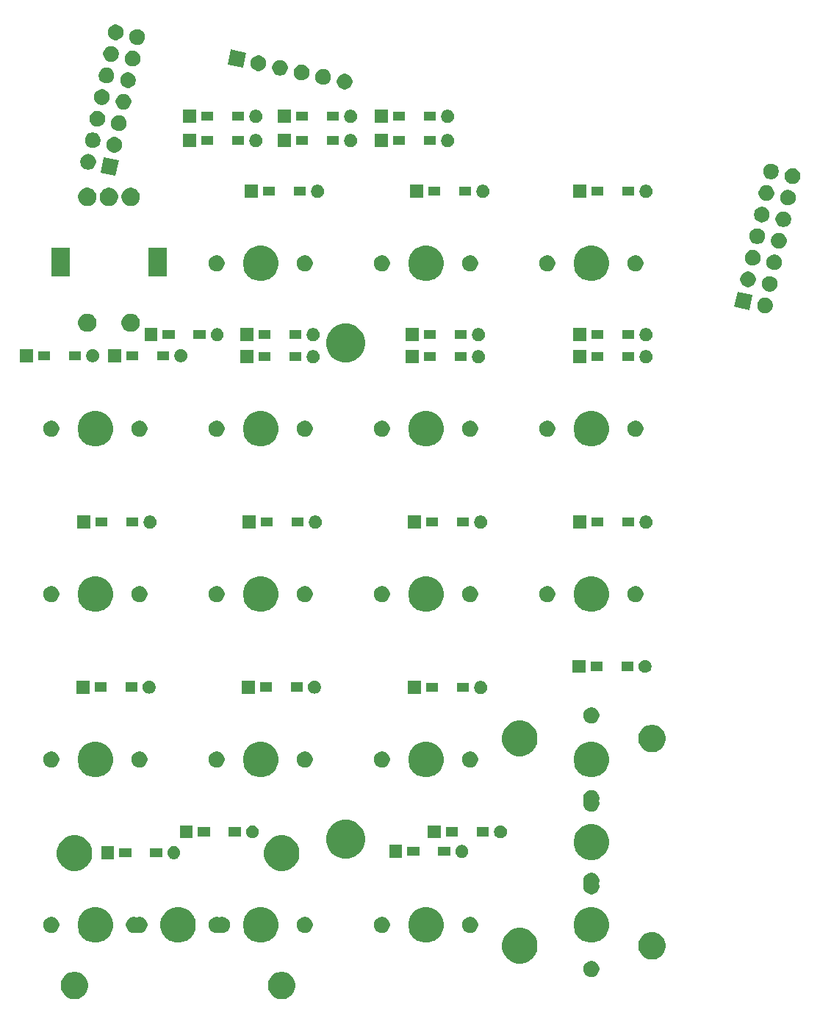
<source format=gts>
G04 #@! TF.GenerationSoftware,KiCad,Pcbnew,(5.1.5-0-10_14)*
G04 #@! TF.CreationDate,2020-05-14T06:03:15+09:00*
G04 #@! TF.ProjectId,Colice,436f6c69-6365-42e6-9b69-6361645f7063,rev?*
G04 #@! TF.SameCoordinates,Original*
G04 #@! TF.FileFunction,Soldermask,Top*
G04 #@! TF.FilePolarity,Negative*
%FSLAX46Y46*%
G04 Gerber Fmt 4.6, Leading zero omitted, Abs format (unit mm)*
G04 Created by KiCad (PCBNEW (5.1.5-0-10_14)) date 2020-05-14 06:03:15*
%MOMM*%
%LPD*%
G04 APERTURE LIST*
%ADD10C,0.100000*%
G04 APERTURE END LIST*
D10*
G36*
X93359911Y-136439826D02*
G01*
X93476032Y-136487925D01*
X93646541Y-136558552D01*
X93646542Y-136558553D01*
X93904504Y-136730917D01*
X94123883Y-136950296D01*
X94239053Y-137122661D01*
X94296248Y-137208259D01*
X94414974Y-137494890D01*
X94475500Y-137799175D01*
X94475500Y-138109425D01*
X94414974Y-138413710D01*
X94296248Y-138700341D01*
X94296247Y-138700342D01*
X94123883Y-138958304D01*
X93904504Y-139177683D01*
X93732139Y-139292853D01*
X93646541Y-139350048D01*
X93478637Y-139419596D01*
X93359911Y-139468774D01*
X93207767Y-139499037D01*
X93055625Y-139529300D01*
X92745375Y-139529300D01*
X92593233Y-139499037D01*
X92441089Y-139468774D01*
X92322363Y-139419596D01*
X92154459Y-139350048D01*
X92068861Y-139292853D01*
X91896496Y-139177683D01*
X91677117Y-138958304D01*
X91504753Y-138700342D01*
X91504752Y-138700341D01*
X91386026Y-138413710D01*
X91325500Y-138109425D01*
X91325500Y-137799175D01*
X91386026Y-137494890D01*
X91504752Y-137208259D01*
X91561947Y-137122661D01*
X91677117Y-136950296D01*
X91896496Y-136730917D01*
X92154458Y-136558553D01*
X92154459Y-136558552D01*
X92324968Y-136487925D01*
X92441089Y-136439826D01*
X92745375Y-136379300D01*
X93055625Y-136379300D01*
X93359911Y-136439826D01*
G37*
G36*
X69483911Y-136439826D02*
G01*
X69600032Y-136487925D01*
X69770541Y-136558552D01*
X69770542Y-136558553D01*
X70028504Y-136730917D01*
X70247883Y-136950296D01*
X70363053Y-137122661D01*
X70420248Y-137208259D01*
X70538974Y-137494890D01*
X70599500Y-137799175D01*
X70599500Y-138109425D01*
X70538974Y-138413710D01*
X70420248Y-138700341D01*
X70420247Y-138700342D01*
X70247883Y-138958304D01*
X70028504Y-139177683D01*
X69856139Y-139292853D01*
X69770541Y-139350048D01*
X69602637Y-139419596D01*
X69483911Y-139468774D01*
X69331767Y-139499037D01*
X69179625Y-139529300D01*
X68869375Y-139529300D01*
X68717233Y-139499037D01*
X68565089Y-139468774D01*
X68446363Y-139419596D01*
X68278459Y-139350048D01*
X68192861Y-139292853D01*
X68020496Y-139177683D01*
X67801117Y-138958304D01*
X67628753Y-138700342D01*
X67628752Y-138700341D01*
X67510026Y-138413710D01*
X67449500Y-138109425D01*
X67449500Y-137799175D01*
X67510026Y-137494890D01*
X67628752Y-137208259D01*
X67685947Y-137122661D01*
X67801117Y-136950296D01*
X68020496Y-136730917D01*
X68278458Y-136558553D01*
X68278459Y-136558552D01*
X68448968Y-136487925D01*
X68565089Y-136439826D01*
X68869375Y-136379300D01*
X69179625Y-136379300D01*
X69483911Y-136439826D01*
G37*
G36*
X128857604Y-135158885D02*
G01*
X129026126Y-135228689D01*
X129177791Y-135330028D01*
X129306772Y-135459009D01*
X129408111Y-135610674D01*
X129477915Y-135779196D01*
X129513500Y-135958097D01*
X129513500Y-136140503D01*
X129477915Y-136319404D01*
X129408111Y-136487926D01*
X129306772Y-136639591D01*
X129177791Y-136768572D01*
X129026126Y-136869911D01*
X128857604Y-136939715D01*
X128678703Y-136975300D01*
X128496297Y-136975300D01*
X128317396Y-136939715D01*
X128148874Y-136869911D01*
X127997209Y-136768572D01*
X127868228Y-136639591D01*
X127766889Y-136487926D01*
X127697085Y-136319404D01*
X127661500Y-136140503D01*
X127661500Y-135958097D01*
X127697085Y-135779196D01*
X127766889Y-135610674D01*
X127868228Y-135459009D01*
X127997209Y-135330028D01*
X128148874Y-135228689D01*
X128317396Y-135158885D01*
X128496297Y-135123300D01*
X128678703Y-135123300D01*
X128857604Y-135158885D01*
G37*
G36*
X120928974Y-131415944D02*
G01*
X121146974Y-131506243D01*
X121301123Y-131570093D01*
X121636048Y-131793883D01*
X121920877Y-132078712D01*
X122144667Y-132413637D01*
X122144667Y-132413638D01*
X122298816Y-132785786D01*
X122377400Y-133180854D01*
X122377400Y-133583666D01*
X122298816Y-133978734D01*
X122236863Y-134128301D01*
X122144667Y-134350883D01*
X121920877Y-134685808D01*
X121636048Y-134970637D01*
X121301123Y-135194427D01*
X121146974Y-135258277D01*
X120928974Y-135348576D01*
X120533906Y-135427160D01*
X120131094Y-135427160D01*
X119736026Y-135348576D01*
X119518026Y-135258277D01*
X119363877Y-135194427D01*
X119028952Y-134970637D01*
X118744123Y-134685808D01*
X118520333Y-134350883D01*
X118428137Y-134128301D01*
X118366184Y-133978734D01*
X118287600Y-133583666D01*
X118287600Y-133180854D01*
X118366184Y-132785786D01*
X118520333Y-132413638D01*
X118520333Y-132413637D01*
X118744123Y-132078712D01*
X119028952Y-131793883D01*
X119363877Y-131570093D01*
X119518026Y-131506243D01*
X119736026Y-131415944D01*
X120131094Y-131337360D01*
X120533906Y-131337360D01*
X120928974Y-131415944D01*
G37*
G36*
X135879767Y-131837523D02*
G01*
X136031911Y-131867786D01*
X136098335Y-131895300D01*
X136318541Y-131986512D01*
X136318542Y-131986513D01*
X136576504Y-132158877D01*
X136795883Y-132378256D01*
X136819524Y-132413638D01*
X136968248Y-132636219D01*
X137086974Y-132922850D01*
X137147500Y-133227135D01*
X137147500Y-133537385D01*
X137086974Y-133841670D01*
X136968248Y-134128301D01*
X136968247Y-134128302D01*
X136795883Y-134386264D01*
X136576504Y-134605643D01*
X136456528Y-134685808D01*
X136318541Y-134778008D01*
X136150637Y-134847556D01*
X136031911Y-134896734D01*
X135879767Y-134926997D01*
X135727625Y-134957260D01*
X135417375Y-134957260D01*
X135265233Y-134926997D01*
X135113089Y-134896734D01*
X134994363Y-134847556D01*
X134826459Y-134778008D01*
X134688472Y-134685808D01*
X134568496Y-134605643D01*
X134349117Y-134386264D01*
X134176753Y-134128302D01*
X134176752Y-134128301D01*
X134058026Y-133841670D01*
X133997500Y-133537385D01*
X133997500Y-133227135D01*
X134058026Y-132922850D01*
X134176752Y-132636219D01*
X134325476Y-132413638D01*
X134349117Y-132378256D01*
X134568496Y-132158877D01*
X134826458Y-131986513D01*
X134826459Y-131986512D01*
X135046665Y-131895300D01*
X135113089Y-131867786D01*
X135265233Y-131837523D01*
X135417375Y-131807260D01*
X135727625Y-131807260D01*
X135879767Y-131837523D01*
G37*
G36*
X91083974Y-129002984D02*
G01*
X91301974Y-129093283D01*
X91456123Y-129157133D01*
X91791048Y-129380923D01*
X92075877Y-129665752D01*
X92299667Y-130000677D01*
X92334933Y-130085818D01*
X92453816Y-130372826D01*
X92532400Y-130767894D01*
X92532400Y-131170706D01*
X92453816Y-131565774D01*
X92402951Y-131688572D01*
X92299667Y-131937923D01*
X92075877Y-132272848D01*
X91791048Y-132557677D01*
X91456123Y-132781467D01*
X91301974Y-132845317D01*
X91083974Y-132935616D01*
X90688906Y-133014200D01*
X90286094Y-133014200D01*
X89891026Y-132935616D01*
X89673026Y-132845317D01*
X89518877Y-132781467D01*
X89183952Y-132557677D01*
X88899123Y-132272848D01*
X88675333Y-131937923D01*
X88572049Y-131688572D01*
X88521184Y-131565774D01*
X88442600Y-131170706D01*
X88442600Y-130767894D01*
X88521184Y-130372826D01*
X88640067Y-130085818D01*
X88675333Y-130000677D01*
X88899123Y-129665752D01*
X89183952Y-129380923D01*
X89518877Y-129157133D01*
X89673026Y-129093283D01*
X89891026Y-129002984D01*
X90286094Y-128924400D01*
X90688906Y-128924400D01*
X91083974Y-129002984D01*
G37*
G36*
X81558974Y-129002984D02*
G01*
X81776974Y-129093283D01*
X81931123Y-129157133D01*
X82266048Y-129380923D01*
X82550877Y-129665752D01*
X82774667Y-130000677D01*
X82809933Y-130085818D01*
X82928816Y-130372826D01*
X83007400Y-130767894D01*
X83007400Y-131170706D01*
X82928816Y-131565774D01*
X82877951Y-131688572D01*
X82774667Y-131937923D01*
X82550877Y-132272848D01*
X82266048Y-132557677D01*
X81931123Y-132781467D01*
X81776974Y-132845317D01*
X81558974Y-132935616D01*
X81163906Y-133014200D01*
X80761094Y-133014200D01*
X80366026Y-132935616D01*
X80148026Y-132845317D01*
X79993877Y-132781467D01*
X79658952Y-132557677D01*
X79374123Y-132272848D01*
X79150333Y-131937923D01*
X79047049Y-131688572D01*
X78996184Y-131565774D01*
X78917600Y-131170706D01*
X78917600Y-130767894D01*
X78996184Y-130372826D01*
X79115067Y-130085818D01*
X79150333Y-130000677D01*
X79374123Y-129665752D01*
X79658952Y-129380923D01*
X79993877Y-129157133D01*
X80148026Y-129093283D01*
X80366026Y-129002984D01*
X80761094Y-128924400D01*
X81163906Y-128924400D01*
X81558974Y-129002984D01*
G37*
G36*
X129183974Y-129002984D02*
G01*
X129401974Y-129093283D01*
X129556123Y-129157133D01*
X129891048Y-129380923D01*
X130175877Y-129665752D01*
X130399667Y-130000677D01*
X130434933Y-130085818D01*
X130553816Y-130372826D01*
X130632400Y-130767894D01*
X130632400Y-131170706D01*
X130553816Y-131565774D01*
X130502951Y-131688572D01*
X130399667Y-131937923D01*
X130175877Y-132272848D01*
X129891048Y-132557677D01*
X129556123Y-132781467D01*
X129401974Y-132845317D01*
X129183974Y-132935616D01*
X128788906Y-133014200D01*
X128386094Y-133014200D01*
X127991026Y-132935616D01*
X127773026Y-132845317D01*
X127618877Y-132781467D01*
X127283952Y-132557677D01*
X126999123Y-132272848D01*
X126775333Y-131937923D01*
X126672049Y-131688572D01*
X126621184Y-131565774D01*
X126542600Y-131170706D01*
X126542600Y-130767894D01*
X126621184Y-130372826D01*
X126740067Y-130085818D01*
X126775333Y-130000677D01*
X126999123Y-129665752D01*
X127283952Y-129380923D01*
X127618877Y-129157133D01*
X127773026Y-129093283D01*
X127991026Y-129002984D01*
X128386094Y-128924400D01*
X128788906Y-128924400D01*
X129183974Y-129002984D01*
G37*
G36*
X110133974Y-129002984D02*
G01*
X110351974Y-129093283D01*
X110506123Y-129157133D01*
X110841048Y-129380923D01*
X111125877Y-129665752D01*
X111349667Y-130000677D01*
X111384933Y-130085818D01*
X111503816Y-130372826D01*
X111582400Y-130767894D01*
X111582400Y-131170706D01*
X111503816Y-131565774D01*
X111452951Y-131688572D01*
X111349667Y-131937923D01*
X111125877Y-132272848D01*
X110841048Y-132557677D01*
X110506123Y-132781467D01*
X110351974Y-132845317D01*
X110133974Y-132935616D01*
X109738906Y-133014200D01*
X109336094Y-133014200D01*
X108941026Y-132935616D01*
X108723026Y-132845317D01*
X108568877Y-132781467D01*
X108233952Y-132557677D01*
X107949123Y-132272848D01*
X107725333Y-131937923D01*
X107622049Y-131688572D01*
X107571184Y-131565774D01*
X107492600Y-131170706D01*
X107492600Y-130767894D01*
X107571184Y-130372826D01*
X107690067Y-130085818D01*
X107725333Y-130000677D01*
X107949123Y-129665752D01*
X108233952Y-129380923D01*
X108568877Y-129157133D01*
X108723026Y-129093283D01*
X108941026Y-129002984D01*
X109336094Y-128924400D01*
X109738906Y-128924400D01*
X110133974Y-129002984D01*
G37*
G36*
X72033974Y-129002984D02*
G01*
X72251974Y-129093283D01*
X72406123Y-129157133D01*
X72741048Y-129380923D01*
X73025877Y-129665752D01*
X73249667Y-130000677D01*
X73284933Y-130085818D01*
X73403816Y-130372826D01*
X73482400Y-130767894D01*
X73482400Y-131170706D01*
X73403816Y-131565774D01*
X73352951Y-131688572D01*
X73249667Y-131937923D01*
X73025877Y-132272848D01*
X72741048Y-132557677D01*
X72406123Y-132781467D01*
X72251974Y-132845317D01*
X72033974Y-132935616D01*
X71638906Y-133014200D01*
X71236094Y-133014200D01*
X70841026Y-132935616D01*
X70623026Y-132845317D01*
X70468877Y-132781467D01*
X70133952Y-132557677D01*
X69849123Y-132272848D01*
X69625333Y-131937923D01*
X69522049Y-131688572D01*
X69471184Y-131565774D01*
X69392600Y-131170706D01*
X69392600Y-130767894D01*
X69471184Y-130372826D01*
X69590067Y-130085818D01*
X69625333Y-130000677D01*
X69849123Y-129665752D01*
X70133952Y-129380923D01*
X70468877Y-129157133D01*
X70623026Y-129093283D01*
X70841026Y-129002984D01*
X71236094Y-128924400D01*
X71638906Y-128924400D01*
X72033974Y-129002984D01*
G37*
G36*
X85677604Y-130078885D02*
G01*
X85677610Y-130078888D01*
X85678065Y-130078978D01*
X85700618Y-130085818D01*
X85725004Y-130088219D01*
X85749390Y-130085816D01*
X85771935Y-130078978D01*
X85772390Y-130078888D01*
X85772396Y-130078885D01*
X85951297Y-130043300D01*
X86133703Y-130043300D01*
X86312604Y-130078885D01*
X86481126Y-130148689D01*
X86632791Y-130250028D01*
X86761772Y-130379009D01*
X86863111Y-130530674D01*
X86932915Y-130699196D01*
X86968500Y-130878097D01*
X86968500Y-131060503D01*
X86932915Y-131239404D01*
X86863111Y-131407926D01*
X86761772Y-131559591D01*
X86632791Y-131688572D01*
X86481126Y-131789911D01*
X86312604Y-131859715D01*
X86133703Y-131895300D01*
X85951297Y-131895300D01*
X85772396Y-131859715D01*
X85772390Y-131859712D01*
X85771935Y-131859622D01*
X85749382Y-131852782D01*
X85724996Y-131850381D01*
X85700610Y-131852784D01*
X85678065Y-131859622D01*
X85677610Y-131859712D01*
X85677604Y-131859715D01*
X85498703Y-131895300D01*
X85316297Y-131895300D01*
X85137396Y-131859715D01*
X84968874Y-131789911D01*
X84817209Y-131688572D01*
X84688228Y-131559591D01*
X84586889Y-131407926D01*
X84517085Y-131239404D01*
X84481500Y-131060503D01*
X84481500Y-130878097D01*
X84517085Y-130699196D01*
X84586889Y-130530674D01*
X84688228Y-130379009D01*
X84817209Y-130250028D01*
X84968874Y-130148689D01*
X85137396Y-130078885D01*
X85316297Y-130043300D01*
X85498703Y-130043300D01*
X85677604Y-130078885D01*
G37*
G36*
X76152604Y-130078885D02*
G01*
X76152610Y-130078888D01*
X76153065Y-130078978D01*
X76175618Y-130085818D01*
X76200004Y-130088219D01*
X76224390Y-130085816D01*
X76246935Y-130078978D01*
X76247390Y-130078888D01*
X76247396Y-130078885D01*
X76426297Y-130043300D01*
X76608703Y-130043300D01*
X76787604Y-130078885D01*
X76956126Y-130148689D01*
X77107791Y-130250028D01*
X77236772Y-130379009D01*
X77338111Y-130530674D01*
X77407915Y-130699196D01*
X77443500Y-130878097D01*
X77443500Y-131060503D01*
X77407915Y-131239404D01*
X77338111Y-131407926D01*
X77236772Y-131559591D01*
X77107791Y-131688572D01*
X76956126Y-131789911D01*
X76787604Y-131859715D01*
X76608703Y-131895300D01*
X76426297Y-131895300D01*
X76247396Y-131859715D01*
X76247390Y-131859712D01*
X76246935Y-131859622D01*
X76224382Y-131852782D01*
X76199996Y-131850381D01*
X76175610Y-131852784D01*
X76153065Y-131859622D01*
X76152610Y-131859712D01*
X76152604Y-131859715D01*
X75973703Y-131895300D01*
X75791297Y-131895300D01*
X75612396Y-131859715D01*
X75443874Y-131789911D01*
X75292209Y-131688572D01*
X75163228Y-131559591D01*
X75061889Y-131407926D01*
X74992085Y-131239404D01*
X74956500Y-131060503D01*
X74956500Y-130878097D01*
X74992085Y-130699196D01*
X75061889Y-130530674D01*
X75163228Y-130379009D01*
X75292209Y-130250028D01*
X75443874Y-130148689D01*
X75612396Y-130078885D01*
X75791297Y-130043300D01*
X75973703Y-130043300D01*
X76152604Y-130078885D01*
G37*
G36*
X104727604Y-130078885D02*
G01*
X104896126Y-130148689D01*
X105047791Y-130250028D01*
X105176772Y-130379009D01*
X105278111Y-130530674D01*
X105347915Y-130699196D01*
X105383500Y-130878097D01*
X105383500Y-131060503D01*
X105347915Y-131239404D01*
X105278111Y-131407926D01*
X105176772Y-131559591D01*
X105047791Y-131688572D01*
X104896126Y-131789911D01*
X104727604Y-131859715D01*
X104548703Y-131895300D01*
X104366297Y-131895300D01*
X104187396Y-131859715D01*
X104018874Y-131789911D01*
X103867209Y-131688572D01*
X103738228Y-131559591D01*
X103636889Y-131407926D01*
X103567085Y-131239404D01*
X103531500Y-131060503D01*
X103531500Y-130878097D01*
X103567085Y-130699196D01*
X103636889Y-130530674D01*
X103738228Y-130379009D01*
X103867209Y-130250028D01*
X104018874Y-130148689D01*
X104187396Y-130078885D01*
X104366297Y-130043300D01*
X104548703Y-130043300D01*
X104727604Y-130078885D01*
G37*
G36*
X95837604Y-130078885D02*
G01*
X96006126Y-130148689D01*
X96157791Y-130250028D01*
X96286772Y-130379009D01*
X96388111Y-130530674D01*
X96457915Y-130699196D01*
X96493500Y-130878097D01*
X96493500Y-131060503D01*
X96457915Y-131239404D01*
X96388111Y-131407926D01*
X96286772Y-131559591D01*
X96157791Y-131688572D01*
X96006126Y-131789911D01*
X95837604Y-131859715D01*
X95658703Y-131895300D01*
X95476297Y-131895300D01*
X95297396Y-131859715D01*
X95128874Y-131789911D01*
X94977209Y-131688572D01*
X94848228Y-131559591D01*
X94746889Y-131407926D01*
X94677085Y-131239404D01*
X94641500Y-131060503D01*
X94641500Y-130878097D01*
X94677085Y-130699196D01*
X94746889Y-130530674D01*
X94848228Y-130379009D01*
X94977209Y-130250028D01*
X95128874Y-130148689D01*
X95297396Y-130078885D01*
X95476297Y-130043300D01*
X95658703Y-130043300D01*
X95837604Y-130078885D01*
G37*
G36*
X114887604Y-130078885D02*
G01*
X115056126Y-130148689D01*
X115207791Y-130250028D01*
X115336772Y-130379009D01*
X115438111Y-130530674D01*
X115507915Y-130699196D01*
X115543500Y-130878097D01*
X115543500Y-131060503D01*
X115507915Y-131239404D01*
X115438111Y-131407926D01*
X115336772Y-131559591D01*
X115207791Y-131688572D01*
X115056126Y-131789911D01*
X114887604Y-131859715D01*
X114708703Y-131895300D01*
X114526297Y-131895300D01*
X114347396Y-131859715D01*
X114178874Y-131789911D01*
X114027209Y-131688572D01*
X113898228Y-131559591D01*
X113796889Y-131407926D01*
X113727085Y-131239404D01*
X113691500Y-131060503D01*
X113691500Y-130878097D01*
X113727085Y-130699196D01*
X113796889Y-130530674D01*
X113898228Y-130379009D01*
X114027209Y-130250028D01*
X114178874Y-130148689D01*
X114347396Y-130078885D01*
X114526297Y-130043300D01*
X114708703Y-130043300D01*
X114887604Y-130078885D01*
G37*
G36*
X66627604Y-130078885D02*
G01*
X66796126Y-130148689D01*
X66947791Y-130250028D01*
X67076772Y-130379009D01*
X67178111Y-130530674D01*
X67247915Y-130699196D01*
X67283500Y-130878097D01*
X67283500Y-131060503D01*
X67247915Y-131239404D01*
X67178111Y-131407926D01*
X67076772Y-131559591D01*
X66947791Y-131688572D01*
X66796126Y-131789911D01*
X66627604Y-131859715D01*
X66448703Y-131895300D01*
X66266297Y-131895300D01*
X66087396Y-131859715D01*
X65918874Y-131789911D01*
X65767209Y-131688572D01*
X65638228Y-131559591D01*
X65536889Y-131407926D01*
X65467085Y-131239404D01*
X65431500Y-131060503D01*
X65431500Y-130878097D01*
X65467085Y-130699196D01*
X65536889Y-130530674D01*
X65638228Y-130379009D01*
X65767209Y-130250028D01*
X65918874Y-130148689D01*
X66087396Y-130078885D01*
X66266297Y-130043300D01*
X66448703Y-130043300D01*
X66627604Y-130078885D01*
G37*
G36*
X128857604Y-124998885D02*
G01*
X129026126Y-125068689D01*
X129177791Y-125170028D01*
X129306772Y-125299009D01*
X129408111Y-125450674D01*
X129477915Y-125619196D01*
X129513500Y-125798097D01*
X129513500Y-125980503D01*
X129477915Y-126159404D01*
X129477912Y-126159410D01*
X129477818Y-126159885D01*
X129470991Y-126182395D01*
X129468589Y-126206781D01*
X129470991Y-126231167D01*
X129477818Y-126253675D01*
X129477912Y-126254150D01*
X129477915Y-126254156D01*
X129513500Y-126433057D01*
X129513500Y-126615463D01*
X129477915Y-126794364D01*
X129408111Y-126962886D01*
X129306772Y-127114551D01*
X129177791Y-127243532D01*
X129026126Y-127344871D01*
X128857604Y-127414675D01*
X128678703Y-127450260D01*
X128496297Y-127450260D01*
X128317396Y-127414675D01*
X128148874Y-127344871D01*
X127997209Y-127243532D01*
X127868228Y-127114551D01*
X127766889Y-126962886D01*
X127697085Y-126794364D01*
X127661500Y-126615463D01*
X127661500Y-126433057D01*
X127697085Y-126254156D01*
X127697088Y-126254150D01*
X127697182Y-126253675D01*
X127704009Y-126231165D01*
X127706411Y-126206779D01*
X127704009Y-126182393D01*
X127697182Y-126159885D01*
X127697088Y-126159410D01*
X127697085Y-126159404D01*
X127661500Y-125980503D01*
X127661500Y-125798097D01*
X127697085Y-125619196D01*
X127766889Y-125450674D01*
X127868228Y-125299009D01*
X127997209Y-125170028D01*
X128148874Y-125068689D01*
X128317396Y-124998885D01*
X128496297Y-124963300D01*
X128678703Y-124963300D01*
X128857604Y-124998885D01*
G37*
G36*
X93496974Y-120747984D02*
G01*
X93708992Y-120835805D01*
X93869123Y-120902133D01*
X94204048Y-121125923D01*
X94488877Y-121410752D01*
X94712667Y-121745677D01*
X94728335Y-121783503D01*
X94866816Y-122117826D01*
X94945400Y-122512894D01*
X94945400Y-122915706D01*
X94866816Y-123310774D01*
X94792926Y-123489160D01*
X94712667Y-123682923D01*
X94488877Y-124017848D01*
X94204048Y-124302677D01*
X93869123Y-124526467D01*
X93714974Y-124590317D01*
X93496974Y-124680616D01*
X93101906Y-124759200D01*
X92699094Y-124759200D01*
X92304026Y-124680616D01*
X92086026Y-124590317D01*
X91931877Y-124526467D01*
X91596952Y-124302677D01*
X91312123Y-124017848D01*
X91088333Y-123682923D01*
X91008074Y-123489160D01*
X90934184Y-123310774D01*
X90855600Y-122915706D01*
X90855600Y-122512894D01*
X90934184Y-122117826D01*
X91072665Y-121783503D01*
X91088333Y-121745677D01*
X91312123Y-121410752D01*
X91596952Y-121125923D01*
X91931877Y-120902133D01*
X92092008Y-120835805D01*
X92304026Y-120747984D01*
X92699094Y-120669400D01*
X93101906Y-120669400D01*
X93496974Y-120747984D01*
G37*
G36*
X69620974Y-120747984D02*
G01*
X69832992Y-120835805D01*
X69993123Y-120902133D01*
X70328048Y-121125923D01*
X70612877Y-121410752D01*
X70836667Y-121745677D01*
X70852335Y-121783503D01*
X70990816Y-122117826D01*
X71069400Y-122512894D01*
X71069400Y-122915706D01*
X70990816Y-123310774D01*
X70916926Y-123489160D01*
X70836667Y-123682923D01*
X70612877Y-124017848D01*
X70328048Y-124302677D01*
X69993123Y-124526467D01*
X69838974Y-124590317D01*
X69620974Y-124680616D01*
X69225906Y-124759200D01*
X68823094Y-124759200D01*
X68428026Y-124680616D01*
X68210026Y-124590317D01*
X68055877Y-124526467D01*
X67720952Y-124302677D01*
X67436123Y-124017848D01*
X67212333Y-123682923D01*
X67132074Y-123489160D01*
X67058184Y-123310774D01*
X66979600Y-122915706D01*
X66979600Y-122512894D01*
X67058184Y-122117826D01*
X67196665Y-121783503D01*
X67212333Y-121745677D01*
X67436123Y-121410752D01*
X67720952Y-121125923D01*
X68055877Y-120902133D01*
X68216008Y-120835805D01*
X68428026Y-120747984D01*
X68823094Y-120669400D01*
X69225906Y-120669400D01*
X69620974Y-120747984D01*
G37*
G36*
X129183974Y-119477944D02*
G01*
X129332520Y-119539474D01*
X129556123Y-119632093D01*
X129891048Y-119855883D01*
X130175877Y-120140712D01*
X130399667Y-120475637D01*
X130399667Y-120475638D01*
X130553816Y-120847786D01*
X130632400Y-121242854D01*
X130632400Y-121645666D01*
X130553816Y-122040734D01*
X130473584Y-122234431D01*
X130399667Y-122412883D01*
X130175877Y-122747808D01*
X129891048Y-123032637D01*
X129556123Y-123256427D01*
X129440513Y-123304314D01*
X129183974Y-123410576D01*
X128788906Y-123489160D01*
X128386094Y-123489160D01*
X127991026Y-123410576D01*
X127734487Y-123304314D01*
X127618877Y-123256427D01*
X127283952Y-123032637D01*
X126999123Y-122747808D01*
X126775333Y-122412883D01*
X126701416Y-122234431D01*
X126621184Y-122040734D01*
X126542600Y-121645666D01*
X126542600Y-121242854D01*
X126621184Y-120847786D01*
X126775333Y-120475638D01*
X126775333Y-120475637D01*
X126999123Y-120140712D01*
X127283952Y-119855883D01*
X127618877Y-119632093D01*
X127842480Y-119539474D01*
X127991026Y-119477944D01*
X128386094Y-119399360D01*
X128788906Y-119399360D01*
X129183974Y-119477944D01*
G37*
G36*
X80571026Y-121894714D02*
G01*
X80695222Y-121919417D01*
X80831623Y-121975916D01*
X80954380Y-122057940D01*
X81058776Y-122162336D01*
X81140800Y-122285093D01*
X81197299Y-122421494D01*
X81226101Y-122566296D01*
X81226101Y-122713934D01*
X81197299Y-122858736D01*
X81140800Y-122995137D01*
X81058776Y-123117894D01*
X80954380Y-123222290D01*
X80831623Y-123304314D01*
X80695222Y-123360813D01*
X80571026Y-123385516D01*
X80550421Y-123389615D01*
X80402781Y-123389615D01*
X80382176Y-123385516D01*
X80257980Y-123360813D01*
X80121579Y-123304314D01*
X79998822Y-123222290D01*
X79894426Y-123117894D01*
X79812402Y-122995137D01*
X79755903Y-122858736D01*
X79727101Y-122713934D01*
X79727101Y-122566296D01*
X79755903Y-122421494D01*
X79812402Y-122285093D01*
X79894426Y-122162336D01*
X79998822Y-122057940D01*
X80121579Y-121975916D01*
X80257980Y-121919417D01*
X80382176Y-121894714D01*
X80402781Y-121890615D01*
X80550421Y-121890615D01*
X80571026Y-121894714D01*
G37*
G36*
X73606101Y-123389615D02*
G01*
X72107101Y-123389615D01*
X72107101Y-121890615D01*
X73606101Y-121890615D01*
X73606101Y-123389615D01*
G37*
G36*
X100542380Y-118866976D02*
G01*
X100923093Y-118942704D01*
X101332749Y-119112389D01*
X101701429Y-119358734D01*
X102014966Y-119672271D01*
X102261311Y-120040951D01*
X102430996Y-120450607D01*
X102517500Y-120885496D01*
X102517500Y-121328904D01*
X102430996Y-121763793D01*
X102261311Y-122173449D01*
X102014966Y-122542129D01*
X101701429Y-122855666D01*
X101332749Y-123102011D01*
X100923093Y-123271696D01*
X100542380Y-123347424D01*
X100488205Y-123358200D01*
X100044795Y-123358200D01*
X99990620Y-123347424D01*
X99609907Y-123271696D01*
X99200251Y-123102011D01*
X98831571Y-122855666D01*
X98518034Y-122542129D01*
X98271689Y-122173449D01*
X98102004Y-121763793D01*
X98015500Y-121328904D01*
X98015500Y-120885496D01*
X98102004Y-120450607D01*
X98271689Y-120040951D01*
X98518034Y-119672271D01*
X98831571Y-119358734D01*
X99200251Y-119112389D01*
X99609907Y-118942704D01*
X99990620Y-118866976D01*
X100044795Y-118856200D01*
X100488205Y-118856200D01*
X100542380Y-118866976D01*
G37*
G36*
X113759425Y-121758799D02*
G01*
X113883621Y-121783502D01*
X114020022Y-121840001D01*
X114142779Y-121922025D01*
X114247175Y-122026421D01*
X114329199Y-122149178D01*
X114385698Y-122285579D01*
X114414500Y-122430381D01*
X114414500Y-122578019D01*
X114385698Y-122722821D01*
X114329199Y-122859222D01*
X114247175Y-122981979D01*
X114142779Y-123086375D01*
X114020022Y-123168399D01*
X113883621Y-123224898D01*
X113759425Y-123249601D01*
X113738820Y-123253700D01*
X113591180Y-123253700D01*
X113570575Y-123249601D01*
X113446379Y-123224898D01*
X113309978Y-123168399D01*
X113187221Y-123086375D01*
X113082825Y-122981979D01*
X113000801Y-122859222D01*
X112944302Y-122722821D01*
X112915500Y-122578019D01*
X112915500Y-122430381D01*
X112944302Y-122285579D01*
X113000801Y-122149178D01*
X113082825Y-122026421D01*
X113187221Y-121922025D01*
X113309978Y-121840001D01*
X113446379Y-121783502D01*
X113570575Y-121758799D01*
X113591180Y-121754700D01*
X113738820Y-121754700D01*
X113759425Y-121758799D01*
G37*
G36*
X106794500Y-123253700D02*
G01*
X105295500Y-123253700D01*
X105295500Y-121754700D01*
X106794500Y-121754700D01*
X106794500Y-123253700D01*
G37*
G36*
X79142601Y-123166115D02*
G01*
X77740601Y-123166115D01*
X77740601Y-122114115D01*
X79142601Y-122114115D01*
X79142601Y-123166115D01*
G37*
G36*
X75592601Y-123166115D02*
G01*
X74190601Y-123166115D01*
X74190601Y-122114115D01*
X75592601Y-122114115D01*
X75592601Y-123166115D01*
G37*
G36*
X112331000Y-123030200D02*
G01*
X110929000Y-123030200D01*
X110929000Y-121978200D01*
X112331000Y-121978200D01*
X112331000Y-123030200D01*
G37*
G36*
X108781000Y-123030200D02*
G01*
X107379000Y-123030200D01*
X107379000Y-121978200D01*
X108781000Y-121978200D01*
X108781000Y-123030200D01*
G37*
G36*
X111239500Y-121003130D02*
G01*
X109740500Y-121003130D01*
X109740500Y-119504130D01*
X111239500Y-119504130D01*
X111239500Y-121003130D01*
G37*
G36*
X89629425Y-119508229D02*
G01*
X89753621Y-119532932D01*
X89890022Y-119589431D01*
X90012779Y-119671455D01*
X90117175Y-119775851D01*
X90199199Y-119898608D01*
X90255698Y-120035009D01*
X90284500Y-120179811D01*
X90284500Y-120327449D01*
X90255698Y-120472251D01*
X90199199Y-120608652D01*
X90117175Y-120731409D01*
X90012779Y-120835805D01*
X89890022Y-120917829D01*
X89753621Y-120974328D01*
X89629425Y-120999031D01*
X89608820Y-121003130D01*
X89461180Y-121003130D01*
X89440575Y-120999031D01*
X89316379Y-120974328D01*
X89179978Y-120917829D01*
X89057221Y-120835805D01*
X88952825Y-120731409D01*
X88870801Y-120608652D01*
X88814302Y-120472251D01*
X88785500Y-120327449D01*
X88785500Y-120179811D01*
X88814302Y-120035009D01*
X88870801Y-119898608D01*
X88952825Y-119775851D01*
X89057221Y-119671455D01*
X89179978Y-119589431D01*
X89316379Y-119532932D01*
X89440575Y-119508229D01*
X89461180Y-119504130D01*
X89608820Y-119504130D01*
X89629425Y-119508229D01*
G37*
G36*
X82664500Y-121003130D02*
G01*
X81165500Y-121003130D01*
X81165500Y-119504130D01*
X82664500Y-119504130D01*
X82664500Y-121003130D01*
G37*
G36*
X118204425Y-119508229D02*
G01*
X118328621Y-119532932D01*
X118465022Y-119589431D01*
X118587779Y-119671455D01*
X118692175Y-119775851D01*
X118774199Y-119898608D01*
X118830698Y-120035009D01*
X118859500Y-120179811D01*
X118859500Y-120327449D01*
X118830698Y-120472251D01*
X118774199Y-120608652D01*
X118692175Y-120731409D01*
X118587779Y-120835805D01*
X118465022Y-120917829D01*
X118328621Y-120974328D01*
X118204425Y-120999031D01*
X118183820Y-121003130D01*
X118036180Y-121003130D01*
X118015575Y-120999031D01*
X117891379Y-120974328D01*
X117754978Y-120917829D01*
X117632221Y-120835805D01*
X117527825Y-120731409D01*
X117445801Y-120608652D01*
X117389302Y-120472251D01*
X117360500Y-120327449D01*
X117360500Y-120179811D01*
X117389302Y-120035009D01*
X117445801Y-119898608D01*
X117527825Y-119775851D01*
X117632221Y-119671455D01*
X117754978Y-119589431D01*
X117891379Y-119532932D01*
X118015575Y-119508229D01*
X118036180Y-119504130D01*
X118183820Y-119504130D01*
X118204425Y-119508229D01*
G37*
G36*
X84651000Y-120779630D02*
G01*
X83249000Y-120779630D01*
X83249000Y-119727630D01*
X84651000Y-119727630D01*
X84651000Y-120779630D01*
G37*
G36*
X116776000Y-120779630D02*
G01*
X115374000Y-120779630D01*
X115374000Y-119727630D01*
X116776000Y-119727630D01*
X116776000Y-120779630D01*
G37*
G36*
X113226000Y-120779630D02*
G01*
X111824000Y-120779630D01*
X111824000Y-119727630D01*
X113226000Y-119727630D01*
X113226000Y-120779630D01*
G37*
G36*
X88201000Y-120779630D02*
G01*
X86799000Y-120779630D01*
X86799000Y-119727630D01*
X88201000Y-119727630D01*
X88201000Y-120779630D01*
G37*
G36*
X128857604Y-115473845D02*
G01*
X129026126Y-115543649D01*
X129177791Y-115644988D01*
X129306772Y-115773969D01*
X129408111Y-115925634D01*
X129477915Y-116094156D01*
X129513500Y-116273057D01*
X129513500Y-116455463D01*
X129477915Y-116634364D01*
X129477912Y-116634370D01*
X129477818Y-116634845D01*
X129470991Y-116657355D01*
X129468589Y-116681741D01*
X129470991Y-116706127D01*
X129477818Y-116728635D01*
X129477912Y-116729110D01*
X129477915Y-116729116D01*
X129513500Y-116908017D01*
X129513500Y-117090423D01*
X129477915Y-117269324D01*
X129408111Y-117437846D01*
X129306772Y-117589511D01*
X129177791Y-117718492D01*
X129026126Y-117819831D01*
X128857604Y-117889635D01*
X128678703Y-117925220D01*
X128496297Y-117925220D01*
X128317396Y-117889635D01*
X128148874Y-117819831D01*
X127997209Y-117718492D01*
X127868228Y-117589511D01*
X127766889Y-117437846D01*
X127697085Y-117269324D01*
X127661500Y-117090423D01*
X127661500Y-116908017D01*
X127697085Y-116729116D01*
X127697088Y-116729110D01*
X127697182Y-116728635D01*
X127704009Y-116706125D01*
X127706411Y-116681739D01*
X127704009Y-116657353D01*
X127697182Y-116634845D01*
X127697088Y-116634370D01*
X127697085Y-116634364D01*
X127661500Y-116455463D01*
X127661500Y-116273057D01*
X127697085Y-116094156D01*
X127766889Y-115925634D01*
X127868228Y-115773969D01*
X127997209Y-115644988D01*
X128148874Y-115543649D01*
X128317396Y-115473845D01*
X128496297Y-115438260D01*
X128678703Y-115438260D01*
X128857604Y-115473845D01*
G37*
G36*
X91083974Y-109952904D02*
G01*
X91301974Y-110043203D01*
X91456123Y-110107053D01*
X91791048Y-110330843D01*
X92075877Y-110615672D01*
X92299667Y-110950597D01*
X92332062Y-111028806D01*
X92453816Y-111322746D01*
X92532400Y-111717814D01*
X92532400Y-112120626D01*
X92453816Y-112515694D01*
X92402951Y-112638492D01*
X92299667Y-112887843D01*
X92075877Y-113222768D01*
X91791048Y-113507597D01*
X91456123Y-113731387D01*
X91301974Y-113795237D01*
X91083974Y-113885536D01*
X90688906Y-113964120D01*
X90286094Y-113964120D01*
X89891026Y-113885536D01*
X89673026Y-113795237D01*
X89518877Y-113731387D01*
X89183952Y-113507597D01*
X88899123Y-113222768D01*
X88675333Y-112887843D01*
X88572049Y-112638492D01*
X88521184Y-112515694D01*
X88442600Y-112120626D01*
X88442600Y-111717814D01*
X88521184Y-111322746D01*
X88642938Y-111028806D01*
X88675333Y-110950597D01*
X88899123Y-110615672D01*
X89183952Y-110330843D01*
X89518877Y-110107053D01*
X89673026Y-110043203D01*
X89891026Y-109952904D01*
X90286094Y-109874320D01*
X90688906Y-109874320D01*
X91083974Y-109952904D01*
G37*
G36*
X129183974Y-109952904D02*
G01*
X129401974Y-110043203D01*
X129556123Y-110107053D01*
X129891048Y-110330843D01*
X130175877Y-110615672D01*
X130399667Y-110950597D01*
X130432062Y-111028806D01*
X130553816Y-111322746D01*
X130632400Y-111717814D01*
X130632400Y-112120626D01*
X130553816Y-112515694D01*
X130502951Y-112638492D01*
X130399667Y-112887843D01*
X130175877Y-113222768D01*
X129891048Y-113507597D01*
X129556123Y-113731387D01*
X129401974Y-113795237D01*
X129183974Y-113885536D01*
X128788906Y-113964120D01*
X128386094Y-113964120D01*
X127991026Y-113885536D01*
X127773026Y-113795237D01*
X127618877Y-113731387D01*
X127283952Y-113507597D01*
X126999123Y-113222768D01*
X126775333Y-112887843D01*
X126672049Y-112638492D01*
X126621184Y-112515694D01*
X126542600Y-112120626D01*
X126542600Y-111717814D01*
X126621184Y-111322746D01*
X126742938Y-111028806D01*
X126775333Y-110950597D01*
X126999123Y-110615672D01*
X127283952Y-110330843D01*
X127618877Y-110107053D01*
X127773026Y-110043203D01*
X127991026Y-109952904D01*
X128386094Y-109874320D01*
X128788906Y-109874320D01*
X129183974Y-109952904D01*
G37*
G36*
X110133974Y-109952904D02*
G01*
X110351974Y-110043203D01*
X110506123Y-110107053D01*
X110841048Y-110330843D01*
X111125877Y-110615672D01*
X111349667Y-110950597D01*
X111382062Y-111028806D01*
X111503816Y-111322746D01*
X111582400Y-111717814D01*
X111582400Y-112120626D01*
X111503816Y-112515694D01*
X111452951Y-112638492D01*
X111349667Y-112887843D01*
X111125877Y-113222768D01*
X110841048Y-113507597D01*
X110506123Y-113731387D01*
X110351974Y-113795237D01*
X110133974Y-113885536D01*
X109738906Y-113964120D01*
X109336094Y-113964120D01*
X108941026Y-113885536D01*
X108723026Y-113795237D01*
X108568877Y-113731387D01*
X108233952Y-113507597D01*
X107949123Y-113222768D01*
X107725333Y-112887843D01*
X107622049Y-112638492D01*
X107571184Y-112515694D01*
X107492600Y-112120626D01*
X107492600Y-111717814D01*
X107571184Y-111322746D01*
X107692938Y-111028806D01*
X107725333Y-110950597D01*
X107949123Y-110615672D01*
X108233952Y-110330843D01*
X108568877Y-110107053D01*
X108723026Y-110043203D01*
X108941026Y-109952904D01*
X109336094Y-109874320D01*
X109738906Y-109874320D01*
X110133974Y-109952904D01*
G37*
G36*
X72033974Y-109952904D02*
G01*
X72251974Y-110043203D01*
X72406123Y-110107053D01*
X72741048Y-110330843D01*
X73025877Y-110615672D01*
X73249667Y-110950597D01*
X73282062Y-111028806D01*
X73403816Y-111322746D01*
X73482400Y-111717814D01*
X73482400Y-112120626D01*
X73403816Y-112515694D01*
X73352951Y-112638492D01*
X73249667Y-112887843D01*
X73025877Y-113222768D01*
X72741048Y-113507597D01*
X72406123Y-113731387D01*
X72251974Y-113795237D01*
X72033974Y-113885536D01*
X71638906Y-113964120D01*
X71236094Y-113964120D01*
X70841026Y-113885536D01*
X70623026Y-113795237D01*
X70468877Y-113731387D01*
X70133952Y-113507597D01*
X69849123Y-113222768D01*
X69625333Y-112887843D01*
X69522049Y-112638492D01*
X69471184Y-112515694D01*
X69392600Y-112120626D01*
X69392600Y-111717814D01*
X69471184Y-111322746D01*
X69592938Y-111028806D01*
X69625333Y-110950597D01*
X69849123Y-110615672D01*
X70133952Y-110330843D01*
X70468877Y-110107053D01*
X70623026Y-110043203D01*
X70841026Y-109952904D01*
X71236094Y-109874320D01*
X71638906Y-109874320D01*
X72033974Y-109952904D01*
G37*
G36*
X104727604Y-111028805D02*
G01*
X104896126Y-111098609D01*
X105047791Y-111199948D01*
X105176772Y-111328929D01*
X105278111Y-111480594D01*
X105347915Y-111649116D01*
X105383500Y-111828017D01*
X105383500Y-112010423D01*
X105347915Y-112189324D01*
X105278111Y-112357846D01*
X105176772Y-112509511D01*
X105047791Y-112638492D01*
X104896126Y-112739831D01*
X104727604Y-112809635D01*
X104548703Y-112845220D01*
X104366297Y-112845220D01*
X104187396Y-112809635D01*
X104018874Y-112739831D01*
X103867209Y-112638492D01*
X103738228Y-112509511D01*
X103636889Y-112357846D01*
X103567085Y-112189324D01*
X103531500Y-112010423D01*
X103531500Y-111828017D01*
X103567085Y-111649116D01*
X103636889Y-111480594D01*
X103738228Y-111328929D01*
X103867209Y-111199948D01*
X104018874Y-111098609D01*
X104187396Y-111028805D01*
X104366297Y-110993220D01*
X104548703Y-110993220D01*
X104727604Y-111028805D01*
G37*
G36*
X76787604Y-111028805D02*
G01*
X76956126Y-111098609D01*
X77107791Y-111199948D01*
X77236772Y-111328929D01*
X77338111Y-111480594D01*
X77407915Y-111649116D01*
X77443500Y-111828017D01*
X77443500Y-112010423D01*
X77407915Y-112189324D01*
X77338111Y-112357846D01*
X77236772Y-112509511D01*
X77107791Y-112638492D01*
X76956126Y-112739831D01*
X76787604Y-112809635D01*
X76608703Y-112845220D01*
X76426297Y-112845220D01*
X76247396Y-112809635D01*
X76078874Y-112739831D01*
X75927209Y-112638492D01*
X75798228Y-112509511D01*
X75696889Y-112357846D01*
X75627085Y-112189324D01*
X75591500Y-112010423D01*
X75591500Y-111828017D01*
X75627085Y-111649116D01*
X75696889Y-111480594D01*
X75798228Y-111328929D01*
X75927209Y-111199948D01*
X76078874Y-111098609D01*
X76247396Y-111028805D01*
X76426297Y-110993220D01*
X76608703Y-110993220D01*
X76787604Y-111028805D01*
G37*
G36*
X66627604Y-111028805D02*
G01*
X66796126Y-111098609D01*
X66947791Y-111199948D01*
X67076772Y-111328929D01*
X67178111Y-111480594D01*
X67247915Y-111649116D01*
X67283500Y-111828017D01*
X67283500Y-112010423D01*
X67247915Y-112189324D01*
X67178111Y-112357846D01*
X67076772Y-112509511D01*
X66947791Y-112638492D01*
X66796126Y-112739831D01*
X66627604Y-112809635D01*
X66448703Y-112845220D01*
X66266297Y-112845220D01*
X66087396Y-112809635D01*
X65918874Y-112739831D01*
X65767209Y-112638492D01*
X65638228Y-112509511D01*
X65536889Y-112357846D01*
X65467085Y-112189324D01*
X65431500Y-112010423D01*
X65431500Y-111828017D01*
X65467085Y-111649116D01*
X65536889Y-111480594D01*
X65638228Y-111328929D01*
X65767209Y-111199948D01*
X65918874Y-111098609D01*
X66087396Y-111028805D01*
X66266297Y-110993220D01*
X66448703Y-110993220D01*
X66627604Y-111028805D01*
G37*
G36*
X85677604Y-111028805D02*
G01*
X85846126Y-111098609D01*
X85997791Y-111199948D01*
X86126772Y-111328929D01*
X86228111Y-111480594D01*
X86297915Y-111649116D01*
X86333500Y-111828017D01*
X86333500Y-112010423D01*
X86297915Y-112189324D01*
X86228111Y-112357846D01*
X86126772Y-112509511D01*
X85997791Y-112638492D01*
X85846126Y-112739831D01*
X85677604Y-112809635D01*
X85498703Y-112845220D01*
X85316297Y-112845220D01*
X85137396Y-112809635D01*
X84968874Y-112739831D01*
X84817209Y-112638492D01*
X84688228Y-112509511D01*
X84586889Y-112357846D01*
X84517085Y-112189324D01*
X84481500Y-112010423D01*
X84481500Y-111828017D01*
X84517085Y-111649116D01*
X84586889Y-111480594D01*
X84688228Y-111328929D01*
X84817209Y-111199948D01*
X84968874Y-111098609D01*
X85137396Y-111028805D01*
X85316297Y-110993220D01*
X85498703Y-110993220D01*
X85677604Y-111028805D01*
G37*
G36*
X95837604Y-111028805D02*
G01*
X96006126Y-111098609D01*
X96157791Y-111199948D01*
X96286772Y-111328929D01*
X96388111Y-111480594D01*
X96457915Y-111649116D01*
X96493500Y-111828017D01*
X96493500Y-112010423D01*
X96457915Y-112189324D01*
X96388111Y-112357846D01*
X96286772Y-112509511D01*
X96157791Y-112638492D01*
X96006126Y-112739831D01*
X95837604Y-112809635D01*
X95658703Y-112845220D01*
X95476297Y-112845220D01*
X95297396Y-112809635D01*
X95128874Y-112739831D01*
X94977209Y-112638492D01*
X94848228Y-112509511D01*
X94746889Y-112357846D01*
X94677085Y-112189324D01*
X94641500Y-112010423D01*
X94641500Y-111828017D01*
X94677085Y-111649116D01*
X94746889Y-111480594D01*
X94848228Y-111328929D01*
X94977209Y-111199948D01*
X95128874Y-111098609D01*
X95297396Y-111028805D01*
X95476297Y-110993220D01*
X95658703Y-110993220D01*
X95837604Y-111028805D01*
G37*
G36*
X114887604Y-111028805D02*
G01*
X115056126Y-111098609D01*
X115207791Y-111199948D01*
X115336772Y-111328929D01*
X115438111Y-111480594D01*
X115507915Y-111649116D01*
X115543500Y-111828017D01*
X115543500Y-112010423D01*
X115507915Y-112189324D01*
X115438111Y-112357846D01*
X115336772Y-112509511D01*
X115207791Y-112638492D01*
X115056126Y-112739831D01*
X114887604Y-112809635D01*
X114708703Y-112845220D01*
X114526297Y-112845220D01*
X114347396Y-112809635D01*
X114178874Y-112739831D01*
X114027209Y-112638492D01*
X113898228Y-112509511D01*
X113796889Y-112357846D01*
X113727085Y-112189324D01*
X113691500Y-112010423D01*
X113691500Y-111828017D01*
X113727085Y-111649116D01*
X113796889Y-111480594D01*
X113898228Y-111328929D01*
X114027209Y-111199948D01*
X114178874Y-111098609D01*
X114347396Y-111028805D01*
X114526297Y-110993220D01*
X114708703Y-110993220D01*
X114887604Y-111028805D01*
G37*
G36*
X120928974Y-107539944D02*
G01*
X121146974Y-107630243D01*
X121301123Y-107694093D01*
X121636048Y-107917883D01*
X121920877Y-108202712D01*
X122144667Y-108537637D01*
X122144667Y-108537638D01*
X122298816Y-108909786D01*
X122377400Y-109304854D01*
X122377400Y-109707666D01*
X122298816Y-110102734D01*
X122236863Y-110252301D01*
X122144667Y-110474883D01*
X121920877Y-110809808D01*
X121636048Y-111094637D01*
X121301123Y-111318427D01*
X121275766Y-111328930D01*
X120928974Y-111472576D01*
X120533906Y-111551160D01*
X120131094Y-111551160D01*
X119736026Y-111472576D01*
X119389234Y-111328930D01*
X119363877Y-111318427D01*
X119028952Y-111094637D01*
X118744123Y-110809808D01*
X118520333Y-110474883D01*
X118428137Y-110252301D01*
X118366184Y-110102734D01*
X118287600Y-109707666D01*
X118287600Y-109304854D01*
X118366184Y-108909786D01*
X118520333Y-108537638D01*
X118520333Y-108537637D01*
X118744123Y-108202712D01*
X119028952Y-107917883D01*
X119363877Y-107694093D01*
X119518026Y-107630243D01*
X119736026Y-107539944D01*
X120131094Y-107461360D01*
X120533906Y-107461360D01*
X120928974Y-107539944D01*
G37*
G36*
X136031911Y-107991786D02*
G01*
X136150637Y-108040964D01*
X136318541Y-108110512D01*
X136318542Y-108110513D01*
X136576504Y-108282877D01*
X136795883Y-108502256D01*
X136819524Y-108537638D01*
X136968248Y-108760219D01*
X137086974Y-109046850D01*
X137147500Y-109351135D01*
X137147500Y-109661385D01*
X137086974Y-109965670D01*
X136968248Y-110252301D01*
X136968247Y-110252302D01*
X136795883Y-110510264D01*
X136576504Y-110729643D01*
X136456528Y-110809808D01*
X136318541Y-110902008D01*
X136150637Y-110971556D01*
X136031911Y-111020734D01*
X135879767Y-111050997D01*
X135727625Y-111081260D01*
X135417375Y-111081260D01*
X135265233Y-111050997D01*
X135113089Y-111020734D01*
X134994363Y-110971556D01*
X134826459Y-110902008D01*
X134688472Y-110809808D01*
X134568496Y-110729643D01*
X134349117Y-110510264D01*
X134176753Y-110252302D01*
X134176752Y-110252301D01*
X134058026Y-109965670D01*
X133997500Y-109661385D01*
X133997500Y-109351135D01*
X134058026Y-109046850D01*
X134176752Y-108760219D01*
X134325476Y-108537638D01*
X134349117Y-108502256D01*
X134568496Y-108282877D01*
X134826458Y-108110513D01*
X134826459Y-108110512D01*
X134994363Y-108040964D01*
X135113089Y-107991786D01*
X135417375Y-107931260D01*
X135727625Y-107931260D01*
X136031911Y-107991786D01*
G37*
G36*
X128857604Y-105948805D02*
G01*
X129026126Y-106018609D01*
X129177791Y-106119948D01*
X129306772Y-106248929D01*
X129408111Y-106400594D01*
X129477915Y-106569116D01*
X129513500Y-106748017D01*
X129513500Y-106930423D01*
X129477915Y-107109324D01*
X129408111Y-107277846D01*
X129306772Y-107429511D01*
X129177791Y-107558492D01*
X129026126Y-107659831D01*
X128857604Y-107729635D01*
X128678703Y-107765220D01*
X128496297Y-107765220D01*
X128317396Y-107729635D01*
X128148874Y-107659831D01*
X127997209Y-107558492D01*
X127868228Y-107429511D01*
X127766889Y-107277846D01*
X127697085Y-107109324D01*
X127661500Y-106930423D01*
X127661500Y-106748017D01*
X127697085Y-106569116D01*
X127766889Y-106400594D01*
X127868228Y-106248929D01*
X127997209Y-106119948D01*
X128148874Y-106018609D01*
X128317396Y-105948805D01*
X128496297Y-105913220D01*
X128678703Y-105913220D01*
X128857604Y-105948805D01*
G37*
G36*
X115918425Y-102886599D02*
G01*
X116042621Y-102911302D01*
X116179022Y-102967801D01*
X116301779Y-103049825D01*
X116406175Y-103154221D01*
X116488199Y-103276978D01*
X116544698Y-103413379D01*
X116573500Y-103558181D01*
X116573500Y-103705819D01*
X116544698Y-103850621D01*
X116488199Y-103987022D01*
X116406175Y-104109779D01*
X116301779Y-104214175D01*
X116179022Y-104296199D01*
X116042621Y-104352698D01*
X115918425Y-104377401D01*
X115897820Y-104381500D01*
X115750180Y-104381500D01*
X115729575Y-104377401D01*
X115605379Y-104352698D01*
X115468978Y-104296199D01*
X115346221Y-104214175D01*
X115241825Y-104109779D01*
X115159801Y-103987022D01*
X115103302Y-103850621D01*
X115074500Y-103705819D01*
X115074500Y-103558181D01*
X115103302Y-103413379D01*
X115159801Y-103276978D01*
X115241825Y-103154221D01*
X115346221Y-103049825D01*
X115468978Y-102967801D01*
X115605379Y-102911302D01*
X115729575Y-102886599D01*
X115750180Y-102882500D01*
X115897820Y-102882500D01*
X115918425Y-102886599D01*
G37*
G36*
X108953500Y-104381500D02*
G01*
X107454500Y-104381500D01*
X107454500Y-102882500D01*
X108953500Y-102882500D01*
X108953500Y-104381500D01*
G37*
G36*
X77723175Y-102839409D02*
G01*
X77847371Y-102864112D01*
X77983772Y-102920611D01*
X78106529Y-103002635D01*
X78210925Y-103107031D01*
X78292949Y-103229788D01*
X78349448Y-103366189D01*
X78378250Y-103510991D01*
X78378250Y-103658629D01*
X78349448Y-103803431D01*
X78292949Y-103939832D01*
X78210925Y-104062589D01*
X78106529Y-104166985D01*
X77983772Y-104249009D01*
X77847371Y-104305508D01*
X77723175Y-104330211D01*
X77702570Y-104334310D01*
X77554930Y-104334310D01*
X77534325Y-104330211D01*
X77410129Y-104305508D01*
X77273728Y-104249009D01*
X77150971Y-104166985D01*
X77046575Y-104062589D01*
X76964551Y-103939832D01*
X76908052Y-103803431D01*
X76879250Y-103658629D01*
X76879250Y-103510991D01*
X76908052Y-103366189D01*
X76964551Y-103229788D01*
X77046575Y-103107031D01*
X77150971Y-103002635D01*
X77273728Y-102920611D01*
X77410129Y-102864112D01*
X77534325Y-102839409D01*
X77554930Y-102835310D01*
X77702570Y-102835310D01*
X77723175Y-102839409D01*
G37*
G36*
X96773175Y-102839409D02*
G01*
X96897371Y-102864112D01*
X97033772Y-102920611D01*
X97156529Y-103002635D01*
X97260925Y-103107031D01*
X97342949Y-103229788D01*
X97399448Y-103366189D01*
X97428250Y-103510991D01*
X97428250Y-103658629D01*
X97399448Y-103803431D01*
X97342949Y-103939832D01*
X97260925Y-104062589D01*
X97156529Y-104166985D01*
X97033772Y-104249009D01*
X96897371Y-104305508D01*
X96773175Y-104330211D01*
X96752570Y-104334310D01*
X96604930Y-104334310D01*
X96584325Y-104330211D01*
X96460129Y-104305508D01*
X96323728Y-104249009D01*
X96200971Y-104166985D01*
X96096575Y-104062589D01*
X96014551Y-103939832D01*
X95958052Y-103803431D01*
X95929250Y-103658629D01*
X95929250Y-103510991D01*
X95958052Y-103366189D01*
X96014551Y-103229788D01*
X96096575Y-103107031D01*
X96200971Y-103002635D01*
X96323728Y-102920611D01*
X96460129Y-102864112D01*
X96584325Y-102839409D01*
X96604930Y-102835310D01*
X96752570Y-102835310D01*
X96773175Y-102839409D01*
G37*
G36*
X89808250Y-104334310D02*
G01*
X88309250Y-104334310D01*
X88309250Y-102835310D01*
X89808250Y-102835310D01*
X89808250Y-104334310D01*
G37*
G36*
X70758250Y-104334310D02*
G01*
X69259250Y-104334310D01*
X69259250Y-102835310D01*
X70758250Y-102835310D01*
X70758250Y-104334310D01*
G37*
G36*
X110940000Y-104158000D02*
G01*
X109538000Y-104158000D01*
X109538000Y-103106000D01*
X110940000Y-103106000D01*
X110940000Y-104158000D01*
G37*
G36*
X114490000Y-104158000D02*
G01*
X113088000Y-104158000D01*
X113088000Y-103106000D01*
X114490000Y-103106000D01*
X114490000Y-104158000D01*
G37*
G36*
X72744750Y-104110810D02*
G01*
X71342750Y-104110810D01*
X71342750Y-103058810D01*
X72744750Y-103058810D01*
X72744750Y-104110810D01*
G37*
G36*
X91794750Y-104110810D02*
G01*
X90392750Y-104110810D01*
X90392750Y-103058810D01*
X91794750Y-103058810D01*
X91794750Y-104110810D01*
G37*
G36*
X95344750Y-104110810D02*
G01*
X93942750Y-104110810D01*
X93942750Y-103058810D01*
X95344750Y-103058810D01*
X95344750Y-104110810D01*
G37*
G36*
X76294750Y-104110810D02*
G01*
X74892750Y-104110810D01*
X74892750Y-103058810D01*
X76294750Y-103058810D01*
X76294750Y-104110810D01*
G37*
G36*
X134873175Y-100458149D02*
G01*
X134997371Y-100482852D01*
X135133772Y-100539351D01*
X135256529Y-100621375D01*
X135360925Y-100725771D01*
X135442949Y-100848528D01*
X135499448Y-100984929D01*
X135528250Y-101129731D01*
X135528250Y-101277369D01*
X135499448Y-101422171D01*
X135442949Y-101558572D01*
X135360925Y-101681329D01*
X135256529Y-101785725D01*
X135133772Y-101867749D01*
X134997371Y-101924248D01*
X134873175Y-101948951D01*
X134852570Y-101953050D01*
X134704930Y-101953050D01*
X134684325Y-101948951D01*
X134560129Y-101924248D01*
X134423728Y-101867749D01*
X134300971Y-101785725D01*
X134196575Y-101681329D01*
X134114551Y-101558572D01*
X134058052Y-101422171D01*
X134029250Y-101277369D01*
X134029250Y-101129731D01*
X134058052Y-100984929D01*
X134114551Y-100848528D01*
X134196575Y-100725771D01*
X134300971Y-100621375D01*
X134423728Y-100539351D01*
X134560129Y-100482852D01*
X134684325Y-100458149D01*
X134704930Y-100454050D01*
X134852570Y-100454050D01*
X134873175Y-100458149D01*
G37*
G36*
X127908250Y-101953050D02*
G01*
X126409250Y-101953050D01*
X126409250Y-100454050D01*
X127908250Y-100454050D01*
X127908250Y-101953050D01*
G37*
G36*
X133444750Y-101729550D02*
G01*
X132042750Y-101729550D01*
X132042750Y-100677550D01*
X133444750Y-100677550D01*
X133444750Y-101729550D01*
G37*
G36*
X129894750Y-101729550D02*
G01*
X128492750Y-101729550D01*
X128492750Y-100677550D01*
X129894750Y-100677550D01*
X129894750Y-101729550D01*
G37*
G36*
X129183974Y-90902824D02*
G01*
X129401974Y-90993123D01*
X129556123Y-91056973D01*
X129891048Y-91280763D01*
X130175877Y-91565592D01*
X130399667Y-91900517D01*
X130432062Y-91978726D01*
X130553816Y-92272666D01*
X130632400Y-92667734D01*
X130632400Y-93070546D01*
X130553816Y-93465614D01*
X130502951Y-93588412D01*
X130399667Y-93837763D01*
X130175877Y-94172688D01*
X129891048Y-94457517D01*
X129556123Y-94681307D01*
X129401974Y-94745157D01*
X129183974Y-94835456D01*
X128788906Y-94914040D01*
X128386094Y-94914040D01*
X127991026Y-94835456D01*
X127773026Y-94745157D01*
X127618877Y-94681307D01*
X127283952Y-94457517D01*
X126999123Y-94172688D01*
X126775333Y-93837763D01*
X126672049Y-93588412D01*
X126621184Y-93465614D01*
X126542600Y-93070546D01*
X126542600Y-92667734D01*
X126621184Y-92272666D01*
X126742938Y-91978726D01*
X126775333Y-91900517D01*
X126999123Y-91565592D01*
X127283952Y-91280763D01*
X127618877Y-91056973D01*
X127773026Y-90993123D01*
X127991026Y-90902824D01*
X128386094Y-90824240D01*
X128788906Y-90824240D01*
X129183974Y-90902824D01*
G37*
G36*
X110133974Y-90902824D02*
G01*
X110351974Y-90993123D01*
X110506123Y-91056973D01*
X110841048Y-91280763D01*
X111125877Y-91565592D01*
X111349667Y-91900517D01*
X111382062Y-91978726D01*
X111503816Y-92272666D01*
X111582400Y-92667734D01*
X111582400Y-93070546D01*
X111503816Y-93465614D01*
X111452951Y-93588412D01*
X111349667Y-93837763D01*
X111125877Y-94172688D01*
X110841048Y-94457517D01*
X110506123Y-94681307D01*
X110351974Y-94745157D01*
X110133974Y-94835456D01*
X109738906Y-94914040D01*
X109336094Y-94914040D01*
X108941026Y-94835456D01*
X108723026Y-94745157D01*
X108568877Y-94681307D01*
X108233952Y-94457517D01*
X107949123Y-94172688D01*
X107725333Y-93837763D01*
X107622049Y-93588412D01*
X107571184Y-93465614D01*
X107492600Y-93070546D01*
X107492600Y-92667734D01*
X107571184Y-92272666D01*
X107692938Y-91978726D01*
X107725333Y-91900517D01*
X107949123Y-91565592D01*
X108233952Y-91280763D01*
X108568877Y-91056973D01*
X108723026Y-90993123D01*
X108941026Y-90902824D01*
X109336094Y-90824240D01*
X109738906Y-90824240D01*
X110133974Y-90902824D01*
G37*
G36*
X72033974Y-90902824D02*
G01*
X72251974Y-90993123D01*
X72406123Y-91056973D01*
X72741048Y-91280763D01*
X73025877Y-91565592D01*
X73249667Y-91900517D01*
X73282062Y-91978726D01*
X73403816Y-92272666D01*
X73482400Y-92667734D01*
X73482400Y-93070546D01*
X73403816Y-93465614D01*
X73352951Y-93588412D01*
X73249667Y-93837763D01*
X73025877Y-94172688D01*
X72741048Y-94457517D01*
X72406123Y-94681307D01*
X72251974Y-94745157D01*
X72033974Y-94835456D01*
X71638906Y-94914040D01*
X71236094Y-94914040D01*
X70841026Y-94835456D01*
X70623026Y-94745157D01*
X70468877Y-94681307D01*
X70133952Y-94457517D01*
X69849123Y-94172688D01*
X69625333Y-93837763D01*
X69522049Y-93588412D01*
X69471184Y-93465614D01*
X69392600Y-93070546D01*
X69392600Y-92667734D01*
X69471184Y-92272666D01*
X69592938Y-91978726D01*
X69625333Y-91900517D01*
X69849123Y-91565592D01*
X70133952Y-91280763D01*
X70468877Y-91056973D01*
X70623026Y-90993123D01*
X70841026Y-90902824D01*
X71236094Y-90824240D01*
X71638906Y-90824240D01*
X72033974Y-90902824D01*
G37*
G36*
X91083974Y-90902824D02*
G01*
X91301974Y-90993123D01*
X91456123Y-91056973D01*
X91791048Y-91280763D01*
X92075877Y-91565592D01*
X92299667Y-91900517D01*
X92332062Y-91978726D01*
X92453816Y-92272666D01*
X92532400Y-92667734D01*
X92532400Y-93070546D01*
X92453816Y-93465614D01*
X92402951Y-93588412D01*
X92299667Y-93837763D01*
X92075877Y-94172688D01*
X91791048Y-94457517D01*
X91456123Y-94681307D01*
X91301974Y-94745157D01*
X91083974Y-94835456D01*
X90688906Y-94914040D01*
X90286094Y-94914040D01*
X89891026Y-94835456D01*
X89673026Y-94745157D01*
X89518877Y-94681307D01*
X89183952Y-94457517D01*
X88899123Y-94172688D01*
X88675333Y-93837763D01*
X88572049Y-93588412D01*
X88521184Y-93465614D01*
X88442600Y-93070546D01*
X88442600Y-92667734D01*
X88521184Y-92272666D01*
X88642938Y-91978726D01*
X88675333Y-91900517D01*
X88899123Y-91565592D01*
X89183952Y-91280763D01*
X89518877Y-91056973D01*
X89673026Y-90993123D01*
X89891026Y-90902824D01*
X90286094Y-90824240D01*
X90688906Y-90824240D01*
X91083974Y-90902824D01*
G37*
G36*
X66627604Y-91978725D02*
G01*
X66796126Y-92048529D01*
X66947791Y-92149868D01*
X67076772Y-92278849D01*
X67178111Y-92430514D01*
X67247915Y-92599036D01*
X67283500Y-92777937D01*
X67283500Y-92960343D01*
X67247915Y-93139244D01*
X67178111Y-93307766D01*
X67076772Y-93459431D01*
X66947791Y-93588412D01*
X66796126Y-93689751D01*
X66627604Y-93759555D01*
X66448703Y-93795140D01*
X66266297Y-93795140D01*
X66087396Y-93759555D01*
X65918874Y-93689751D01*
X65767209Y-93588412D01*
X65638228Y-93459431D01*
X65536889Y-93307766D01*
X65467085Y-93139244D01*
X65431500Y-92960343D01*
X65431500Y-92777937D01*
X65467085Y-92599036D01*
X65536889Y-92430514D01*
X65638228Y-92278849D01*
X65767209Y-92149868D01*
X65918874Y-92048529D01*
X66087396Y-91978725D01*
X66266297Y-91943140D01*
X66448703Y-91943140D01*
X66627604Y-91978725D01*
G37*
G36*
X76787604Y-91978725D02*
G01*
X76956126Y-92048529D01*
X77107791Y-92149868D01*
X77236772Y-92278849D01*
X77338111Y-92430514D01*
X77407915Y-92599036D01*
X77443500Y-92777937D01*
X77443500Y-92960343D01*
X77407915Y-93139244D01*
X77338111Y-93307766D01*
X77236772Y-93459431D01*
X77107791Y-93588412D01*
X76956126Y-93689751D01*
X76787604Y-93759555D01*
X76608703Y-93795140D01*
X76426297Y-93795140D01*
X76247396Y-93759555D01*
X76078874Y-93689751D01*
X75927209Y-93588412D01*
X75798228Y-93459431D01*
X75696889Y-93307766D01*
X75627085Y-93139244D01*
X75591500Y-92960343D01*
X75591500Y-92777937D01*
X75627085Y-92599036D01*
X75696889Y-92430514D01*
X75798228Y-92278849D01*
X75927209Y-92149868D01*
X76078874Y-92048529D01*
X76247396Y-91978725D01*
X76426297Y-91943140D01*
X76608703Y-91943140D01*
X76787604Y-91978725D01*
G37*
G36*
X95837604Y-91978725D02*
G01*
X96006126Y-92048529D01*
X96157791Y-92149868D01*
X96286772Y-92278849D01*
X96388111Y-92430514D01*
X96457915Y-92599036D01*
X96493500Y-92777937D01*
X96493500Y-92960343D01*
X96457915Y-93139244D01*
X96388111Y-93307766D01*
X96286772Y-93459431D01*
X96157791Y-93588412D01*
X96006126Y-93689751D01*
X95837604Y-93759555D01*
X95658703Y-93795140D01*
X95476297Y-93795140D01*
X95297396Y-93759555D01*
X95128874Y-93689751D01*
X94977209Y-93588412D01*
X94848228Y-93459431D01*
X94746889Y-93307766D01*
X94677085Y-93139244D01*
X94641500Y-92960343D01*
X94641500Y-92777937D01*
X94677085Y-92599036D01*
X94746889Y-92430514D01*
X94848228Y-92278849D01*
X94977209Y-92149868D01*
X95128874Y-92048529D01*
X95297396Y-91978725D01*
X95476297Y-91943140D01*
X95658703Y-91943140D01*
X95837604Y-91978725D01*
G37*
G36*
X104727604Y-91978725D02*
G01*
X104896126Y-92048529D01*
X105047791Y-92149868D01*
X105176772Y-92278849D01*
X105278111Y-92430514D01*
X105347915Y-92599036D01*
X105383500Y-92777937D01*
X105383500Y-92960343D01*
X105347915Y-93139244D01*
X105278111Y-93307766D01*
X105176772Y-93459431D01*
X105047791Y-93588412D01*
X104896126Y-93689751D01*
X104727604Y-93759555D01*
X104548703Y-93795140D01*
X104366297Y-93795140D01*
X104187396Y-93759555D01*
X104018874Y-93689751D01*
X103867209Y-93588412D01*
X103738228Y-93459431D01*
X103636889Y-93307766D01*
X103567085Y-93139244D01*
X103531500Y-92960343D01*
X103531500Y-92777937D01*
X103567085Y-92599036D01*
X103636889Y-92430514D01*
X103738228Y-92278849D01*
X103867209Y-92149868D01*
X104018874Y-92048529D01*
X104187396Y-91978725D01*
X104366297Y-91943140D01*
X104548703Y-91943140D01*
X104727604Y-91978725D01*
G37*
G36*
X114887604Y-91978725D02*
G01*
X115056126Y-92048529D01*
X115207791Y-92149868D01*
X115336772Y-92278849D01*
X115438111Y-92430514D01*
X115507915Y-92599036D01*
X115543500Y-92777937D01*
X115543500Y-92960343D01*
X115507915Y-93139244D01*
X115438111Y-93307766D01*
X115336772Y-93459431D01*
X115207791Y-93588412D01*
X115056126Y-93689751D01*
X114887604Y-93759555D01*
X114708703Y-93795140D01*
X114526297Y-93795140D01*
X114347396Y-93759555D01*
X114178874Y-93689751D01*
X114027209Y-93588412D01*
X113898228Y-93459431D01*
X113796889Y-93307766D01*
X113727085Y-93139244D01*
X113691500Y-92960343D01*
X113691500Y-92777937D01*
X113727085Y-92599036D01*
X113796889Y-92430514D01*
X113898228Y-92278849D01*
X114027209Y-92149868D01*
X114178874Y-92048529D01*
X114347396Y-91978725D01*
X114526297Y-91943140D01*
X114708703Y-91943140D01*
X114887604Y-91978725D01*
G37*
G36*
X85677604Y-91978725D02*
G01*
X85846126Y-92048529D01*
X85997791Y-92149868D01*
X86126772Y-92278849D01*
X86228111Y-92430514D01*
X86297915Y-92599036D01*
X86333500Y-92777937D01*
X86333500Y-92960343D01*
X86297915Y-93139244D01*
X86228111Y-93307766D01*
X86126772Y-93459431D01*
X85997791Y-93588412D01*
X85846126Y-93689751D01*
X85677604Y-93759555D01*
X85498703Y-93795140D01*
X85316297Y-93795140D01*
X85137396Y-93759555D01*
X84968874Y-93689751D01*
X84817209Y-93588412D01*
X84688228Y-93459431D01*
X84586889Y-93307766D01*
X84517085Y-93139244D01*
X84481500Y-92960343D01*
X84481500Y-92777937D01*
X84517085Y-92599036D01*
X84586889Y-92430514D01*
X84688228Y-92278849D01*
X84817209Y-92149868D01*
X84968874Y-92048529D01*
X85137396Y-91978725D01*
X85316297Y-91943140D01*
X85498703Y-91943140D01*
X85677604Y-91978725D01*
G37*
G36*
X133937604Y-91978725D02*
G01*
X134106126Y-92048529D01*
X134257791Y-92149868D01*
X134386772Y-92278849D01*
X134488111Y-92430514D01*
X134557915Y-92599036D01*
X134593500Y-92777937D01*
X134593500Y-92960343D01*
X134557915Y-93139244D01*
X134488111Y-93307766D01*
X134386772Y-93459431D01*
X134257791Y-93588412D01*
X134106126Y-93689751D01*
X133937604Y-93759555D01*
X133758703Y-93795140D01*
X133576297Y-93795140D01*
X133397396Y-93759555D01*
X133228874Y-93689751D01*
X133077209Y-93588412D01*
X132948228Y-93459431D01*
X132846889Y-93307766D01*
X132777085Y-93139244D01*
X132741500Y-92960343D01*
X132741500Y-92777937D01*
X132777085Y-92599036D01*
X132846889Y-92430514D01*
X132948228Y-92278849D01*
X133077209Y-92149868D01*
X133228874Y-92048529D01*
X133397396Y-91978725D01*
X133576297Y-91943140D01*
X133758703Y-91943140D01*
X133937604Y-91978725D01*
G37*
G36*
X123777604Y-91978725D02*
G01*
X123946126Y-92048529D01*
X124097791Y-92149868D01*
X124226772Y-92278849D01*
X124328111Y-92430514D01*
X124397915Y-92599036D01*
X124433500Y-92777937D01*
X124433500Y-92960343D01*
X124397915Y-93139244D01*
X124328111Y-93307766D01*
X124226772Y-93459431D01*
X124097791Y-93588412D01*
X123946126Y-93689751D01*
X123777604Y-93759555D01*
X123598703Y-93795140D01*
X123416297Y-93795140D01*
X123237396Y-93759555D01*
X123068874Y-93689751D01*
X122917209Y-93588412D01*
X122788228Y-93459431D01*
X122686889Y-93307766D01*
X122617085Y-93139244D01*
X122581500Y-92960343D01*
X122581500Y-92777937D01*
X122617085Y-92599036D01*
X122686889Y-92430514D01*
X122788228Y-92278849D01*
X122917209Y-92149868D01*
X123068874Y-92048529D01*
X123237396Y-91978725D01*
X123416297Y-91943140D01*
X123598703Y-91943140D01*
X123777604Y-91978725D01*
G37*
G36*
X77818425Y-83836599D02*
G01*
X77942621Y-83861302D01*
X78079022Y-83917801D01*
X78201779Y-83999825D01*
X78306175Y-84104221D01*
X78388199Y-84226978D01*
X78444698Y-84363379D01*
X78473500Y-84508181D01*
X78473500Y-84655819D01*
X78444698Y-84800621D01*
X78388199Y-84937022D01*
X78306175Y-85059779D01*
X78201779Y-85164175D01*
X78079022Y-85246199D01*
X77942621Y-85302698D01*
X77818425Y-85327401D01*
X77797820Y-85331500D01*
X77650180Y-85331500D01*
X77629575Y-85327401D01*
X77505379Y-85302698D01*
X77368978Y-85246199D01*
X77246221Y-85164175D01*
X77141825Y-85059779D01*
X77059801Y-84937022D01*
X77003302Y-84800621D01*
X76974500Y-84655819D01*
X76974500Y-84508181D01*
X77003302Y-84363379D01*
X77059801Y-84226978D01*
X77141825Y-84104221D01*
X77246221Y-83999825D01*
X77368978Y-83917801D01*
X77505379Y-83861302D01*
X77629575Y-83836599D01*
X77650180Y-83832500D01*
X77797820Y-83832500D01*
X77818425Y-83836599D01*
G37*
G36*
X70853500Y-85331500D02*
G01*
X69354500Y-85331500D01*
X69354500Y-83832500D01*
X70853500Y-83832500D01*
X70853500Y-85331500D01*
G37*
G36*
X134968425Y-83836599D02*
G01*
X135092621Y-83861302D01*
X135229022Y-83917801D01*
X135351779Y-83999825D01*
X135456175Y-84104221D01*
X135538199Y-84226978D01*
X135594698Y-84363379D01*
X135623500Y-84508181D01*
X135623500Y-84655819D01*
X135594698Y-84800621D01*
X135538199Y-84937022D01*
X135456175Y-85059779D01*
X135351779Y-85164175D01*
X135229022Y-85246199D01*
X135092621Y-85302698D01*
X134968425Y-85327401D01*
X134947820Y-85331500D01*
X134800180Y-85331500D01*
X134779575Y-85327401D01*
X134655379Y-85302698D01*
X134518978Y-85246199D01*
X134396221Y-85164175D01*
X134291825Y-85059779D01*
X134209801Y-84937022D01*
X134153302Y-84800621D01*
X134124500Y-84655819D01*
X134124500Y-84508181D01*
X134153302Y-84363379D01*
X134209801Y-84226978D01*
X134291825Y-84104221D01*
X134396221Y-83999825D01*
X134518978Y-83917801D01*
X134655379Y-83861302D01*
X134779575Y-83836599D01*
X134800180Y-83832500D01*
X134947820Y-83832500D01*
X134968425Y-83836599D01*
G37*
G36*
X128003500Y-85331500D02*
G01*
X126504500Y-85331500D01*
X126504500Y-83832500D01*
X128003500Y-83832500D01*
X128003500Y-85331500D01*
G37*
G36*
X89903500Y-85331500D02*
G01*
X88404500Y-85331500D01*
X88404500Y-83832500D01*
X89903500Y-83832500D01*
X89903500Y-85331500D01*
G37*
G36*
X108953500Y-85331500D02*
G01*
X107454500Y-85331500D01*
X107454500Y-83832500D01*
X108953500Y-83832500D01*
X108953500Y-85331500D01*
G37*
G36*
X115918425Y-83836599D02*
G01*
X116042621Y-83861302D01*
X116179022Y-83917801D01*
X116301779Y-83999825D01*
X116406175Y-84104221D01*
X116488199Y-84226978D01*
X116544698Y-84363379D01*
X116573500Y-84508181D01*
X116573500Y-84655819D01*
X116544698Y-84800621D01*
X116488199Y-84937022D01*
X116406175Y-85059779D01*
X116301779Y-85164175D01*
X116179022Y-85246199D01*
X116042621Y-85302698D01*
X115918425Y-85327401D01*
X115897820Y-85331500D01*
X115750180Y-85331500D01*
X115729575Y-85327401D01*
X115605379Y-85302698D01*
X115468978Y-85246199D01*
X115346221Y-85164175D01*
X115241825Y-85059779D01*
X115159801Y-84937022D01*
X115103302Y-84800621D01*
X115074500Y-84655819D01*
X115074500Y-84508181D01*
X115103302Y-84363379D01*
X115159801Y-84226978D01*
X115241825Y-84104221D01*
X115346221Y-83999825D01*
X115468978Y-83917801D01*
X115605379Y-83861302D01*
X115729575Y-83836599D01*
X115750180Y-83832500D01*
X115897820Y-83832500D01*
X115918425Y-83836599D01*
G37*
G36*
X96868425Y-83836599D02*
G01*
X96992621Y-83861302D01*
X97129022Y-83917801D01*
X97251779Y-83999825D01*
X97356175Y-84104221D01*
X97438199Y-84226978D01*
X97494698Y-84363379D01*
X97523500Y-84508181D01*
X97523500Y-84655819D01*
X97494698Y-84800621D01*
X97438199Y-84937022D01*
X97356175Y-85059779D01*
X97251779Y-85164175D01*
X97129022Y-85246199D01*
X96992621Y-85302698D01*
X96868425Y-85327401D01*
X96847820Y-85331500D01*
X96700180Y-85331500D01*
X96679575Y-85327401D01*
X96555379Y-85302698D01*
X96418978Y-85246199D01*
X96296221Y-85164175D01*
X96191825Y-85059779D01*
X96109801Y-84937022D01*
X96053302Y-84800621D01*
X96024500Y-84655819D01*
X96024500Y-84508181D01*
X96053302Y-84363379D01*
X96109801Y-84226978D01*
X96191825Y-84104221D01*
X96296221Y-83999825D01*
X96418978Y-83917801D01*
X96555379Y-83861302D01*
X96679575Y-83836599D01*
X96700180Y-83832500D01*
X96847820Y-83832500D01*
X96868425Y-83836599D01*
G37*
G36*
X114490000Y-85108000D02*
G01*
X113088000Y-85108000D01*
X113088000Y-84056000D01*
X114490000Y-84056000D01*
X114490000Y-85108000D01*
G37*
G36*
X129990000Y-85108000D02*
G01*
X128588000Y-85108000D01*
X128588000Y-84056000D01*
X129990000Y-84056000D01*
X129990000Y-85108000D01*
G37*
G36*
X91890000Y-85108000D02*
G01*
X90488000Y-85108000D01*
X90488000Y-84056000D01*
X91890000Y-84056000D01*
X91890000Y-85108000D01*
G37*
G36*
X110940000Y-85108000D02*
G01*
X109538000Y-85108000D01*
X109538000Y-84056000D01*
X110940000Y-84056000D01*
X110940000Y-85108000D01*
G37*
G36*
X95440000Y-85108000D02*
G01*
X94038000Y-85108000D01*
X94038000Y-84056000D01*
X95440000Y-84056000D01*
X95440000Y-85108000D01*
G37*
G36*
X76390000Y-85108000D02*
G01*
X74988000Y-85108000D01*
X74988000Y-84056000D01*
X76390000Y-84056000D01*
X76390000Y-85108000D01*
G37*
G36*
X72840000Y-85108000D02*
G01*
X71438000Y-85108000D01*
X71438000Y-84056000D01*
X72840000Y-84056000D01*
X72840000Y-85108000D01*
G37*
G36*
X133540000Y-85108000D02*
G01*
X132138000Y-85108000D01*
X132138000Y-84056000D01*
X133540000Y-84056000D01*
X133540000Y-85108000D01*
G37*
G36*
X129183974Y-71852744D02*
G01*
X129401974Y-71943043D01*
X129556123Y-72006893D01*
X129891048Y-72230683D01*
X130175877Y-72515512D01*
X130399667Y-72850437D01*
X130432062Y-72928646D01*
X130553816Y-73222586D01*
X130632400Y-73617654D01*
X130632400Y-74020466D01*
X130553816Y-74415534D01*
X130502951Y-74538332D01*
X130399667Y-74787683D01*
X130175877Y-75122608D01*
X129891048Y-75407437D01*
X129556123Y-75631227D01*
X129401974Y-75695077D01*
X129183974Y-75785376D01*
X128788906Y-75863960D01*
X128386094Y-75863960D01*
X127991026Y-75785376D01*
X127773026Y-75695077D01*
X127618877Y-75631227D01*
X127283952Y-75407437D01*
X126999123Y-75122608D01*
X126775333Y-74787683D01*
X126672049Y-74538332D01*
X126621184Y-74415534D01*
X126542600Y-74020466D01*
X126542600Y-73617654D01*
X126621184Y-73222586D01*
X126742938Y-72928646D01*
X126775333Y-72850437D01*
X126999123Y-72515512D01*
X127283952Y-72230683D01*
X127618877Y-72006893D01*
X127773026Y-71943043D01*
X127991026Y-71852744D01*
X128386094Y-71774160D01*
X128788906Y-71774160D01*
X129183974Y-71852744D01*
G37*
G36*
X72033974Y-71852744D02*
G01*
X72251974Y-71943043D01*
X72406123Y-72006893D01*
X72741048Y-72230683D01*
X73025877Y-72515512D01*
X73249667Y-72850437D01*
X73282062Y-72928646D01*
X73403816Y-73222586D01*
X73482400Y-73617654D01*
X73482400Y-74020466D01*
X73403816Y-74415534D01*
X73352951Y-74538332D01*
X73249667Y-74787683D01*
X73025877Y-75122608D01*
X72741048Y-75407437D01*
X72406123Y-75631227D01*
X72251974Y-75695077D01*
X72033974Y-75785376D01*
X71638906Y-75863960D01*
X71236094Y-75863960D01*
X70841026Y-75785376D01*
X70623026Y-75695077D01*
X70468877Y-75631227D01*
X70133952Y-75407437D01*
X69849123Y-75122608D01*
X69625333Y-74787683D01*
X69522049Y-74538332D01*
X69471184Y-74415534D01*
X69392600Y-74020466D01*
X69392600Y-73617654D01*
X69471184Y-73222586D01*
X69592938Y-72928646D01*
X69625333Y-72850437D01*
X69849123Y-72515512D01*
X70133952Y-72230683D01*
X70468877Y-72006893D01*
X70623026Y-71943043D01*
X70841026Y-71852744D01*
X71236094Y-71774160D01*
X71638906Y-71774160D01*
X72033974Y-71852744D01*
G37*
G36*
X91083974Y-71852744D02*
G01*
X91301974Y-71943043D01*
X91456123Y-72006893D01*
X91791048Y-72230683D01*
X92075877Y-72515512D01*
X92299667Y-72850437D01*
X92332062Y-72928646D01*
X92453816Y-73222586D01*
X92532400Y-73617654D01*
X92532400Y-74020466D01*
X92453816Y-74415534D01*
X92402951Y-74538332D01*
X92299667Y-74787683D01*
X92075877Y-75122608D01*
X91791048Y-75407437D01*
X91456123Y-75631227D01*
X91301974Y-75695077D01*
X91083974Y-75785376D01*
X90688906Y-75863960D01*
X90286094Y-75863960D01*
X89891026Y-75785376D01*
X89673026Y-75695077D01*
X89518877Y-75631227D01*
X89183952Y-75407437D01*
X88899123Y-75122608D01*
X88675333Y-74787683D01*
X88572049Y-74538332D01*
X88521184Y-74415534D01*
X88442600Y-74020466D01*
X88442600Y-73617654D01*
X88521184Y-73222586D01*
X88642938Y-72928646D01*
X88675333Y-72850437D01*
X88899123Y-72515512D01*
X89183952Y-72230683D01*
X89518877Y-72006893D01*
X89673026Y-71943043D01*
X89891026Y-71852744D01*
X90286094Y-71774160D01*
X90688906Y-71774160D01*
X91083974Y-71852744D01*
G37*
G36*
X110133974Y-71852744D02*
G01*
X110351974Y-71943043D01*
X110506123Y-72006893D01*
X110841048Y-72230683D01*
X111125877Y-72515512D01*
X111349667Y-72850437D01*
X111382062Y-72928646D01*
X111503816Y-73222586D01*
X111582400Y-73617654D01*
X111582400Y-74020466D01*
X111503816Y-74415534D01*
X111452951Y-74538332D01*
X111349667Y-74787683D01*
X111125877Y-75122608D01*
X110841048Y-75407437D01*
X110506123Y-75631227D01*
X110351974Y-75695077D01*
X110133974Y-75785376D01*
X109738906Y-75863960D01*
X109336094Y-75863960D01*
X108941026Y-75785376D01*
X108723026Y-75695077D01*
X108568877Y-75631227D01*
X108233952Y-75407437D01*
X107949123Y-75122608D01*
X107725333Y-74787683D01*
X107622049Y-74538332D01*
X107571184Y-74415534D01*
X107492600Y-74020466D01*
X107492600Y-73617654D01*
X107571184Y-73222586D01*
X107692938Y-72928646D01*
X107725333Y-72850437D01*
X107949123Y-72515512D01*
X108233952Y-72230683D01*
X108568877Y-72006893D01*
X108723026Y-71943043D01*
X108941026Y-71852744D01*
X109336094Y-71774160D01*
X109738906Y-71774160D01*
X110133974Y-71852744D01*
G37*
G36*
X66627604Y-72928645D02*
G01*
X66796126Y-72998449D01*
X66947791Y-73099788D01*
X67076772Y-73228769D01*
X67178111Y-73380434D01*
X67247915Y-73548956D01*
X67283500Y-73727857D01*
X67283500Y-73910263D01*
X67247915Y-74089164D01*
X67178111Y-74257686D01*
X67076772Y-74409351D01*
X66947791Y-74538332D01*
X66796126Y-74639671D01*
X66627604Y-74709475D01*
X66448703Y-74745060D01*
X66266297Y-74745060D01*
X66087396Y-74709475D01*
X65918874Y-74639671D01*
X65767209Y-74538332D01*
X65638228Y-74409351D01*
X65536889Y-74257686D01*
X65467085Y-74089164D01*
X65431500Y-73910263D01*
X65431500Y-73727857D01*
X65467085Y-73548956D01*
X65536889Y-73380434D01*
X65638228Y-73228769D01*
X65767209Y-73099788D01*
X65918874Y-72998449D01*
X66087396Y-72928645D01*
X66266297Y-72893060D01*
X66448703Y-72893060D01*
X66627604Y-72928645D01*
G37*
G36*
X76787604Y-72928645D02*
G01*
X76956126Y-72998449D01*
X77107791Y-73099788D01*
X77236772Y-73228769D01*
X77338111Y-73380434D01*
X77407915Y-73548956D01*
X77443500Y-73727857D01*
X77443500Y-73910263D01*
X77407915Y-74089164D01*
X77338111Y-74257686D01*
X77236772Y-74409351D01*
X77107791Y-74538332D01*
X76956126Y-74639671D01*
X76787604Y-74709475D01*
X76608703Y-74745060D01*
X76426297Y-74745060D01*
X76247396Y-74709475D01*
X76078874Y-74639671D01*
X75927209Y-74538332D01*
X75798228Y-74409351D01*
X75696889Y-74257686D01*
X75627085Y-74089164D01*
X75591500Y-73910263D01*
X75591500Y-73727857D01*
X75627085Y-73548956D01*
X75696889Y-73380434D01*
X75798228Y-73228769D01*
X75927209Y-73099788D01*
X76078874Y-72998449D01*
X76247396Y-72928645D01*
X76426297Y-72893060D01*
X76608703Y-72893060D01*
X76787604Y-72928645D01*
G37*
G36*
X123777604Y-72928645D02*
G01*
X123946126Y-72998449D01*
X124097791Y-73099788D01*
X124226772Y-73228769D01*
X124328111Y-73380434D01*
X124397915Y-73548956D01*
X124433500Y-73727857D01*
X124433500Y-73910263D01*
X124397915Y-74089164D01*
X124328111Y-74257686D01*
X124226772Y-74409351D01*
X124097791Y-74538332D01*
X123946126Y-74639671D01*
X123777604Y-74709475D01*
X123598703Y-74745060D01*
X123416297Y-74745060D01*
X123237396Y-74709475D01*
X123068874Y-74639671D01*
X122917209Y-74538332D01*
X122788228Y-74409351D01*
X122686889Y-74257686D01*
X122617085Y-74089164D01*
X122581500Y-73910263D01*
X122581500Y-73727857D01*
X122617085Y-73548956D01*
X122686889Y-73380434D01*
X122788228Y-73228769D01*
X122917209Y-73099788D01*
X123068874Y-72998449D01*
X123237396Y-72928645D01*
X123416297Y-72893060D01*
X123598703Y-72893060D01*
X123777604Y-72928645D01*
G37*
G36*
X95837604Y-72928645D02*
G01*
X96006126Y-72998449D01*
X96157791Y-73099788D01*
X96286772Y-73228769D01*
X96388111Y-73380434D01*
X96457915Y-73548956D01*
X96493500Y-73727857D01*
X96493500Y-73910263D01*
X96457915Y-74089164D01*
X96388111Y-74257686D01*
X96286772Y-74409351D01*
X96157791Y-74538332D01*
X96006126Y-74639671D01*
X95837604Y-74709475D01*
X95658703Y-74745060D01*
X95476297Y-74745060D01*
X95297396Y-74709475D01*
X95128874Y-74639671D01*
X94977209Y-74538332D01*
X94848228Y-74409351D01*
X94746889Y-74257686D01*
X94677085Y-74089164D01*
X94641500Y-73910263D01*
X94641500Y-73727857D01*
X94677085Y-73548956D01*
X94746889Y-73380434D01*
X94848228Y-73228769D01*
X94977209Y-73099788D01*
X95128874Y-72998449D01*
X95297396Y-72928645D01*
X95476297Y-72893060D01*
X95658703Y-72893060D01*
X95837604Y-72928645D01*
G37*
G36*
X85677604Y-72928645D02*
G01*
X85846126Y-72998449D01*
X85997791Y-73099788D01*
X86126772Y-73228769D01*
X86228111Y-73380434D01*
X86297915Y-73548956D01*
X86333500Y-73727857D01*
X86333500Y-73910263D01*
X86297915Y-74089164D01*
X86228111Y-74257686D01*
X86126772Y-74409351D01*
X85997791Y-74538332D01*
X85846126Y-74639671D01*
X85677604Y-74709475D01*
X85498703Y-74745060D01*
X85316297Y-74745060D01*
X85137396Y-74709475D01*
X84968874Y-74639671D01*
X84817209Y-74538332D01*
X84688228Y-74409351D01*
X84586889Y-74257686D01*
X84517085Y-74089164D01*
X84481500Y-73910263D01*
X84481500Y-73727857D01*
X84517085Y-73548956D01*
X84586889Y-73380434D01*
X84688228Y-73228769D01*
X84817209Y-73099788D01*
X84968874Y-72998449D01*
X85137396Y-72928645D01*
X85316297Y-72893060D01*
X85498703Y-72893060D01*
X85677604Y-72928645D01*
G37*
G36*
X114887604Y-72928645D02*
G01*
X115056126Y-72998449D01*
X115207791Y-73099788D01*
X115336772Y-73228769D01*
X115438111Y-73380434D01*
X115507915Y-73548956D01*
X115543500Y-73727857D01*
X115543500Y-73910263D01*
X115507915Y-74089164D01*
X115438111Y-74257686D01*
X115336772Y-74409351D01*
X115207791Y-74538332D01*
X115056126Y-74639671D01*
X114887604Y-74709475D01*
X114708703Y-74745060D01*
X114526297Y-74745060D01*
X114347396Y-74709475D01*
X114178874Y-74639671D01*
X114027209Y-74538332D01*
X113898228Y-74409351D01*
X113796889Y-74257686D01*
X113727085Y-74089164D01*
X113691500Y-73910263D01*
X113691500Y-73727857D01*
X113727085Y-73548956D01*
X113796889Y-73380434D01*
X113898228Y-73228769D01*
X114027209Y-73099788D01*
X114178874Y-72998449D01*
X114347396Y-72928645D01*
X114526297Y-72893060D01*
X114708703Y-72893060D01*
X114887604Y-72928645D01*
G37*
G36*
X104727604Y-72928645D02*
G01*
X104896126Y-72998449D01*
X105047791Y-73099788D01*
X105176772Y-73228769D01*
X105278111Y-73380434D01*
X105347915Y-73548956D01*
X105383500Y-73727857D01*
X105383500Y-73910263D01*
X105347915Y-74089164D01*
X105278111Y-74257686D01*
X105176772Y-74409351D01*
X105047791Y-74538332D01*
X104896126Y-74639671D01*
X104727604Y-74709475D01*
X104548703Y-74745060D01*
X104366297Y-74745060D01*
X104187396Y-74709475D01*
X104018874Y-74639671D01*
X103867209Y-74538332D01*
X103738228Y-74409351D01*
X103636889Y-74257686D01*
X103567085Y-74089164D01*
X103531500Y-73910263D01*
X103531500Y-73727857D01*
X103567085Y-73548956D01*
X103636889Y-73380434D01*
X103738228Y-73228769D01*
X103867209Y-73099788D01*
X104018874Y-72998449D01*
X104187396Y-72928645D01*
X104366297Y-72893060D01*
X104548703Y-72893060D01*
X104727604Y-72928645D01*
G37*
G36*
X133937604Y-72928645D02*
G01*
X134106126Y-72998449D01*
X134257791Y-73099788D01*
X134386772Y-73228769D01*
X134488111Y-73380434D01*
X134557915Y-73548956D01*
X134593500Y-73727857D01*
X134593500Y-73910263D01*
X134557915Y-74089164D01*
X134488111Y-74257686D01*
X134386772Y-74409351D01*
X134257791Y-74538332D01*
X134106126Y-74639671D01*
X133937604Y-74709475D01*
X133758703Y-74745060D01*
X133576297Y-74745060D01*
X133397396Y-74709475D01*
X133228874Y-74639671D01*
X133077209Y-74538332D01*
X132948228Y-74409351D01*
X132846889Y-74257686D01*
X132777085Y-74089164D01*
X132741500Y-73910263D01*
X132741500Y-73727857D01*
X132777085Y-73548956D01*
X132846889Y-73380434D01*
X132948228Y-73228769D01*
X133077209Y-73099788D01*
X133228874Y-72998449D01*
X133397396Y-72928645D01*
X133576297Y-72893060D01*
X133758703Y-72893060D01*
X133937604Y-72928645D01*
G37*
G36*
X128003500Y-66281500D02*
G01*
X126504500Y-66281500D01*
X126504500Y-64782500D01*
X128003500Y-64782500D01*
X128003500Y-66281500D01*
G37*
G36*
X108699500Y-66281500D02*
G01*
X107200500Y-66281500D01*
X107200500Y-64782500D01*
X108699500Y-64782500D01*
X108699500Y-66281500D01*
G37*
G36*
X134968425Y-64786599D02*
G01*
X135092621Y-64811302D01*
X135229022Y-64867801D01*
X135351779Y-64949825D01*
X135456175Y-65054221D01*
X135538199Y-65176978D01*
X135594698Y-65313379D01*
X135623500Y-65458181D01*
X135623500Y-65605819D01*
X135594698Y-65750621D01*
X135538199Y-65887022D01*
X135456175Y-66009779D01*
X135351779Y-66114175D01*
X135229022Y-66196199D01*
X135092621Y-66252698D01*
X134968425Y-66277401D01*
X134947820Y-66281500D01*
X134800180Y-66281500D01*
X134779575Y-66277401D01*
X134655379Y-66252698D01*
X134518978Y-66196199D01*
X134396221Y-66114175D01*
X134291825Y-66009779D01*
X134209801Y-65887022D01*
X134153302Y-65750621D01*
X134124500Y-65605819D01*
X134124500Y-65458181D01*
X134153302Y-65313379D01*
X134209801Y-65176978D01*
X134291825Y-65054221D01*
X134396221Y-64949825D01*
X134518978Y-64867801D01*
X134655379Y-64811302D01*
X134779575Y-64786599D01*
X134800180Y-64782500D01*
X134947820Y-64782500D01*
X134968425Y-64786599D01*
G37*
G36*
X115664425Y-64786599D02*
G01*
X115788621Y-64811302D01*
X115925022Y-64867801D01*
X116047779Y-64949825D01*
X116152175Y-65054221D01*
X116234199Y-65176978D01*
X116290698Y-65313379D01*
X116319500Y-65458181D01*
X116319500Y-65605819D01*
X116290698Y-65750621D01*
X116234199Y-65887022D01*
X116152175Y-66009779D01*
X116047779Y-66114175D01*
X115925022Y-66196199D01*
X115788621Y-66252698D01*
X115664425Y-66277401D01*
X115643820Y-66281500D01*
X115496180Y-66281500D01*
X115475575Y-66277401D01*
X115351379Y-66252698D01*
X115214978Y-66196199D01*
X115092221Y-66114175D01*
X114987825Y-66009779D01*
X114905801Y-65887022D01*
X114849302Y-65750621D01*
X114820500Y-65605819D01*
X114820500Y-65458181D01*
X114849302Y-65313379D01*
X114905801Y-65176978D01*
X114987825Y-65054221D01*
X115092221Y-64949825D01*
X115214978Y-64867801D01*
X115351379Y-64811302D01*
X115475575Y-64786599D01*
X115496180Y-64782500D01*
X115643820Y-64782500D01*
X115664425Y-64786599D01*
G37*
G36*
X96614425Y-64786599D02*
G01*
X96738621Y-64811302D01*
X96875022Y-64867801D01*
X96997779Y-64949825D01*
X97102175Y-65054221D01*
X97184199Y-65176978D01*
X97240698Y-65313379D01*
X97269500Y-65458181D01*
X97269500Y-65605819D01*
X97240698Y-65750621D01*
X97184199Y-65887022D01*
X97102175Y-66009779D01*
X96997779Y-66114175D01*
X96875022Y-66196199D01*
X96738621Y-66252698D01*
X96614425Y-66277401D01*
X96593820Y-66281500D01*
X96446180Y-66281500D01*
X96425575Y-66277401D01*
X96301379Y-66252698D01*
X96164978Y-66196199D01*
X96042221Y-66114175D01*
X95937825Y-66009779D01*
X95855801Y-65887022D01*
X95799302Y-65750621D01*
X95770500Y-65605819D01*
X95770500Y-65458181D01*
X95799302Y-65313379D01*
X95855801Y-65176978D01*
X95937825Y-65054221D01*
X96042221Y-64949825D01*
X96164978Y-64867801D01*
X96301379Y-64811302D01*
X96425575Y-64786599D01*
X96446180Y-64782500D01*
X96593820Y-64782500D01*
X96614425Y-64786599D01*
G37*
G36*
X89649500Y-66281500D02*
G01*
X88150500Y-66281500D01*
X88150500Y-64782500D01*
X89649500Y-64782500D01*
X89649500Y-66281500D01*
G37*
G36*
X100541380Y-61716976D02*
G01*
X100922093Y-61792704D01*
X101331749Y-61962389D01*
X101700429Y-62208734D01*
X102013966Y-62522271D01*
X102260311Y-62890951D01*
X102429996Y-63300607D01*
X102516500Y-63735496D01*
X102516500Y-64178904D01*
X102429996Y-64613793D01*
X102260311Y-65023449D01*
X102013966Y-65392129D01*
X101700429Y-65705666D01*
X101331749Y-65952011D01*
X100922093Y-66121696D01*
X100547538Y-66196199D01*
X100487205Y-66208200D01*
X100043795Y-66208200D01*
X99983462Y-66196199D01*
X99608907Y-66121696D01*
X99199251Y-65952011D01*
X98830571Y-65705666D01*
X98517034Y-65392129D01*
X98270689Y-65023449D01*
X98101004Y-64613793D01*
X98014500Y-64178904D01*
X98014500Y-63735496D01*
X98101004Y-63300607D01*
X98270689Y-62890951D01*
X98517034Y-62522271D01*
X98830571Y-62208734D01*
X99199251Y-61962389D01*
X99608907Y-61792704D01*
X99989620Y-61716976D01*
X100043795Y-61706200D01*
X100487205Y-61706200D01*
X100541380Y-61716976D01*
G37*
G36*
X64249500Y-66154500D02*
G01*
X62750500Y-66154500D01*
X62750500Y-64655500D01*
X64249500Y-64655500D01*
X64249500Y-66154500D01*
G37*
G36*
X71214425Y-64659599D02*
G01*
X71338621Y-64684302D01*
X71475022Y-64740801D01*
X71597779Y-64822825D01*
X71702175Y-64927221D01*
X71784199Y-65049978D01*
X71840698Y-65186379D01*
X71869500Y-65331181D01*
X71869500Y-65478819D01*
X71840698Y-65623621D01*
X71784199Y-65760022D01*
X71702175Y-65882779D01*
X71597779Y-65987175D01*
X71475022Y-66069199D01*
X71338621Y-66125698D01*
X71214425Y-66150401D01*
X71193820Y-66154500D01*
X71046180Y-66154500D01*
X71025575Y-66150401D01*
X70901379Y-66125698D01*
X70764978Y-66069199D01*
X70642221Y-65987175D01*
X70537825Y-65882779D01*
X70455801Y-65760022D01*
X70399302Y-65623621D01*
X70370500Y-65478819D01*
X70370500Y-65331181D01*
X70399302Y-65186379D01*
X70455801Y-65049978D01*
X70537825Y-64927221D01*
X70642221Y-64822825D01*
X70764978Y-64740801D01*
X70901379Y-64684302D01*
X71025575Y-64659599D01*
X71046180Y-64655500D01*
X71193820Y-64655500D01*
X71214425Y-64659599D01*
G37*
G36*
X81374425Y-64659599D02*
G01*
X81498621Y-64684302D01*
X81635022Y-64740801D01*
X81757779Y-64822825D01*
X81862175Y-64927221D01*
X81944199Y-65049978D01*
X82000698Y-65186379D01*
X82029500Y-65331181D01*
X82029500Y-65478819D01*
X82000698Y-65623621D01*
X81944199Y-65760022D01*
X81862175Y-65882779D01*
X81757779Y-65987175D01*
X81635022Y-66069199D01*
X81498621Y-66125698D01*
X81374425Y-66150401D01*
X81353820Y-66154500D01*
X81206180Y-66154500D01*
X81185575Y-66150401D01*
X81061379Y-66125698D01*
X80924978Y-66069199D01*
X80802221Y-65987175D01*
X80697825Y-65882779D01*
X80615801Y-65760022D01*
X80559302Y-65623621D01*
X80530500Y-65478819D01*
X80530500Y-65331181D01*
X80559302Y-65186379D01*
X80615801Y-65049978D01*
X80697825Y-64927221D01*
X80802221Y-64822825D01*
X80924978Y-64740801D01*
X81061379Y-64684302D01*
X81185575Y-64659599D01*
X81206180Y-64655500D01*
X81353820Y-64655500D01*
X81374425Y-64659599D01*
G37*
G36*
X74409500Y-66154500D02*
G01*
X72910500Y-66154500D01*
X72910500Y-64655500D01*
X74409500Y-64655500D01*
X74409500Y-66154500D01*
G37*
G36*
X133540000Y-66058000D02*
G01*
X132138000Y-66058000D01*
X132138000Y-65006000D01*
X133540000Y-65006000D01*
X133540000Y-66058000D01*
G37*
G36*
X129990000Y-66058000D02*
G01*
X128588000Y-66058000D01*
X128588000Y-65006000D01*
X129990000Y-65006000D01*
X129990000Y-66058000D01*
G37*
G36*
X114236000Y-66058000D02*
G01*
X112834000Y-66058000D01*
X112834000Y-65006000D01*
X114236000Y-65006000D01*
X114236000Y-66058000D01*
G37*
G36*
X110686000Y-66058000D02*
G01*
X109284000Y-66058000D01*
X109284000Y-65006000D01*
X110686000Y-65006000D01*
X110686000Y-66058000D01*
G37*
G36*
X95186000Y-66058000D02*
G01*
X93784000Y-66058000D01*
X93784000Y-65006000D01*
X95186000Y-65006000D01*
X95186000Y-66058000D01*
G37*
G36*
X91636000Y-66058000D02*
G01*
X90234000Y-66058000D01*
X90234000Y-65006000D01*
X91636000Y-65006000D01*
X91636000Y-66058000D01*
G37*
G36*
X79946000Y-65931000D02*
G01*
X78544000Y-65931000D01*
X78544000Y-64879000D01*
X79946000Y-64879000D01*
X79946000Y-65931000D01*
G37*
G36*
X69786000Y-65931000D02*
G01*
X68384000Y-65931000D01*
X68384000Y-64879000D01*
X69786000Y-64879000D01*
X69786000Y-65931000D01*
G37*
G36*
X66236000Y-65931000D02*
G01*
X64834000Y-65931000D01*
X64834000Y-64879000D01*
X66236000Y-64879000D01*
X66236000Y-65931000D01*
G37*
G36*
X76396000Y-65931000D02*
G01*
X74994000Y-65931000D01*
X74994000Y-64879000D01*
X76396000Y-64879000D01*
X76396000Y-65931000D01*
G37*
G36*
X78603500Y-63741500D02*
G01*
X77104500Y-63741500D01*
X77104500Y-62242500D01*
X78603500Y-62242500D01*
X78603500Y-63741500D01*
G37*
G36*
X128003500Y-63741500D02*
G01*
X126504500Y-63741500D01*
X126504500Y-62242500D01*
X128003500Y-62242500D01*
X128003500Y-63741500D01*
G37*
G36*
X134968425Y-62246599D02*
G01*
X135092621Y-62271302D01*
X135229022Y-62327801D01*
X135351779Y-62409825D01*
X135456175Y-62514221D01*
X135538199Y-62636978D01*
X135594698Y-62773379D01*
X135623500Y-62918181D01*
X135623500Y-63065819D01*
X135594698Y-63210621D01*
X135538199Y-63347022D01*
X135456175Y-63469779D01*
X135351779Y-63574175D01*
X135229022Y-63656199D01*
X135092621Y-63712698D01*
X134978009Y-63735495D01*
X134947820Y-63741500D01*
X134800180Y-63741500D01*
X134769991Y-63735495D01*
X134655379Y-63712698D01*
X134518978Y-63656199D01*
X134396221Y-63574175D01*
X134291825Y-63469779D01*
X134209801Y-63347022D01*
X134153302Y-63210621D01*
X134124500Y-63065819D01*
X134124500Y-62918181D01*
X134153302Y-62773379D01*
X134209801Y-62636978D01*
X134291825Y-62514221D01*
X134396221Y-62409825D01*
X134518978Y-62327801D01*
X134655379Y-62271302D01*
X134779575Y-62246599D01*
X134800180Y-62242500D01*
X134947820Y-62242500D01*
X134968425Y-62246599D01*
G37*
G36*
X115664425Y-62246599D02*
G01*
X115788621Y-62271302D01*
X115925022Y-62327801D01*
X116047779Y-62409825D01*
X116152175Y-62514221D01*
X116234199Y-62636978D01*
X116290698Y-62773379D01*
X116319500Y-62918181D01*
X116319500Y-63065819D01*
X116290698Y-63210621D01*
X116234199Y-63347022D01*
X116152175Y-63469779D01*
X116047779Y-63574175D01*
X115925022Y-63656199D01*
X115788621Y-63712698D01*
X115674009Y-63735495D01*
X115643820Y-63741500D01*
X115496180Y-63741500D01*
X115465991Y-63735495D01*
X115351379Y-63712698D01*
X115214978Y-63656199D01*
X115092221Y-63574175D01*
X114987825Y-63469779D01*
X114905801Y-63347022D01*
X114849302Y-63210621D01*
X114820500Y-63065819D01*
X114820500Y-62918181D01*
X114849302Y-62773379D01*
X114905801Y-62636978D01*
X114987825Y-62514221D01*
X115092221Y-62409825D01*
X115214978Y-62327801D01*
X115351379Y-62271302D01*
X115475575Y-62246599D01*
X115496180Y-62242500D01*
X115643820Y-62242500D01*
X115664425Y-62246599D01*
G37*
G36*
X108699500Y-63741500D02*
G01*
X107200500Y-63741500D01*
X107200500Y-62242500D01*
X108699500Y-62242500D01*
X108699500Y-63741500D01*
G37*
G36*
X89649500Y-63741500D02*
G01*
X88150500Y-63741500D01*
X88150500Y-62242500D01*
X89649500Y-62242500D01*
X89649500Y-63741500D01*
G37*
G36*
X96614425Y-62246599D02*
G01*
X96738621Y-62271302D01*
X96875022Y-62327801D01*
X96997779Y-62409825D01*
X97102175Y-62514221D01*
X97184199Y-62636978D01*
X97240698Y-62773379D01*
X97269500Y-62918181D01*
X97269500Y-63065819D01*
X97240698Y-63210621D01*
X97184199Y-63347022D01*
X97102175Y-63469779D01*
X96997779Y-63574175D01*
X96875022Y-63656199D01*
X96738621Y-63712698D01*
X96624009Y-63735495D01*
X96593820Y-63741500D01*
X96446180Y-63741500D01*
X96415991Y-63735495D01*
X96301379Y-63712698D01*
X96164978Y-63656199D01*
X96042221Y-63574175D01*
X95937825Y-63469779D01*
X95855801Y-63347022D01*
X95799302Y-63210621D01*
X95770500Y-63065819D01*
X95770500Y-62918181D01*
X95799302Y-62773379D01*
X95855801Y-62636978D01*
X95937825Y-62514221D01*
X96042221Y-62409825D01*
X96164978Y-62327801D01*
X96301379Y-62271302D01*
X96425575Y-62246599D01*
X96446180Y-62242500D01*
X96593820Y-62242500D01*
X96614425Y-62246599D01*
G37*
G36*
X85568425Y-62246599D02*
G01*
X85692621Y-62271302D01*
X85829022Y-62327801D01*
X85951779Y-62409825D01*
X86056175Y-62514221D01*
X86138199Y-62636978D01*
X86194698Y-62773379D01*
X86223500Y-62918181D01*
X86223500Y-63065819D01*
X86194698Y-63210621D01*
X86138199Y-63347022D01*
X86056175Y-63469779D01*
X85951779Y-63574175D01*
X85829022Y-63656199D01*
X85692621Y-63712698D01*
X85578009Y-63735495D01*
X85547820Y-63741500D01*
X85400180Y-63741500D01*
X85369991Y-63735495D01*
X85255379Y-63712698D01*
X85118978Y-63656199D01*
X84996221Y-63574175D01*
X84891825Y-63469779D01*
X84809801Y-63347022D01*
X84753302Y-63210621D01*
X84724500Y-63065819D01*
X84724500Y-62918181D01*
X84753302Y-62773379D01*
X84809801Y-62636978D01*
X84891825Y-62514221D01*
X84996221Y-62409825D01*
X85118978Y-62327801D01*
X85255379Y-62271302D01*
X85379575Y-62246599D01*
X85400180Y-62242500D01*
X85547820Y-62242500D01*
X85568425Y-62246599D01*
G37*
G36*
X114236000Y-63518000D02*
G01*
X112834000Y-63518000D01*
X112834000Y-62466000D01*
X114236000Y-62466000D01*
X114236000Y-63518000D01*
G37*
G36*
X110686000Y-63518000D02*
G01*
X109284000Y-63518000D01*
X109284000Y-62466000D01*
X110686000Y-62466000D01*
X110686000Y-63518000D01*
G37*
G36*
X95186000Y-63518000D02*
G01*
X93784000Y-63518000D01*
X93784000Y-62466000D01*
X95186000Y-62466000D01*
X95186000Y-63518000D01*
G37*
G36*
X91636000Y-63518000D02*
G01*
X90234000Y-63518000D01*
X90234000Y-62466000D01*
X91636000Y-62466000D01*
X91636000Y-63518000D01*
G37*
G36*
X84140000Y-63518000D02*
G01*
X82738000Y-63518000D01*
X82738000Y-62466000D01*
X84140000Y-62466000D01*
X84140000Y-63518000D01*
G37*
G36*
X133540000Y-63518000D02*
G01*
X132138000Y-63518000D01*
X132138000Y-62466000D01*
X133540000Y-62466000D01*
X133540000Y-63518000D01*
G37*
G36*
X129990000Y-63518000D02*
G01*
X128588000Y-63518000D01*
X128588000Y-62466000D01*
X129990000Y-62466000D01*
X129990000Y-63518000D01*
G37*
G36*
X80590000Y-63518000D02*
G01*
X79188000Y-63518000D01*
X79188000Y-62466000D01*
X80590000Y-62466000D01*
X80590000Y-63518000D01*
G37*
G36*
X75806564Y-60599389D02*
G01*
X75997833Y-60678615D01*
X75997835Y-60678616D01*
X76169973Y-60793635D01*
X76316365Y-60940027D01*
X76431385Y-61112167D01*
X76510611Y-61303436D01*
X76551000Y-61506484D01*
X76551000Y-61713516D01*
X76510611Y-61916564D01*
X76431385Y-62107833D01*
X76431384Y-62107835D01*
X76316365Y-62279973D01*
X76169973Y-62426365D01*
X75997835Y-62541384D01*
X75997834Y-62541385D01*
X75997833Y-62541385D01*
X75806564Y-62620611D01*
X75603516Y-62661000D01*
X75396484Y-62661000D01*
X75193436Y-62620611D01*
X75002167Y-62541385D01*
X75002166Y-62541385D01*
X75002165Y-62541384D01*
X74830027Y-62426365D01*
X74683635Y-62279973D01*
X74568616Y-62107835D01*
X74568615Y-62107833D01*
X74489389Y-61916564D01*
X74449000Y-61713516D01*
X74449000Y-61506484D01*
X74489389Y-61303436D01*
X74568615Y-61112167D01*
X74683635Y-60940027D01*
X74830027Y-60793635D01*
X75002165Y-60678616D01*
X75002167Y-60678615D01*
X75193436Y-60599389D01*
X75396484Y-60559000D01*
X75603516Y-60559000D01*
X75806564Y-60599389D01*
G37*
G36*
X70806564Y-60599389D02*
G01*
X70997833Y-60678615D01*
X70997835Y-60678616D01*
X71169973Y-60793635D01*
X71316365Y-60940027D01*
X71431385Y-61112167D01*
X71510611Y-61303436D01*
X71551000Y-61506484D01*
X71551000Y-61713516D01*
X71510611Y-61916564D01*
X71431385Y-62107833D01*
X71431384Y-62107835D01*
X71316365Y-62279973D01*
X71169973Y-62426365D01*
X70997835Y-62541384D01*
X70997834Y-62541385D01*
X70997833Y-62541385D01*
X70806564Y-62620611D01*
X70603516Y-62661000D01*
X70396484Y-62661000D01*
X70193436Y-62620611D01*
X70002167Y-62541385D01*
X70002166Y-62541385D01*
X70002165Y-62541384D01*
X69830027Y-62426365D01*
X69683635Y-62279973D01*
X69568616Y-62107835D01*
X69568615Y-62107833D01*
X69489389Y-61916564D01*
X69449000Y-61713516D01*
X69449000Y-61506484D01*
X69489389Y-61303436D01*
X69568615Y-61112167D01*
X69683635Y-60940027D01*
X69830027Y-60793635D01*
X70002165Y-60678616D01*
X70002167Y-60678615D01*
X70193436Y-60599389D01*
X70396484Y-60559000D01*
X70603516Y-60559000D01*
X70806564Y-60599389D01*
G37*
G36*
X148714047Y-58732743D02*
G01*
X148863347Y-58762440D01*
X149027319Y-58830360D01*
X149174889Y-58928963D01*
X149300388Y-59054462D01*
X149398991Y-59202032D01*
X149466911Y-59366004D01*
X149501535Y-59540075D01*
X149501535Y-59717557D01*
X149466911Y-59891628D01*
X149398991Y-60055600D01*
X149300388Y-60203170D01*
X149174889Y-60328669D01*
X149027319Y-60427272D01*
X148863347Y-60495192D01*
X148714047Y-60524889D01*
X148689277Y-60529816D01*
X148511793Y-60529816D01*
X148487023Y-60524889D01*
X148337723Y-60495192D01*
X148173751Y-60427272D01*
X148026181Y-60328669D01*
X147900682Y-60203170D01*
X147802079Y-60055600D01*
X147734159Y-59891628D01*
X147699535Y-59717557D01*
X147699535Y-59540075D01*
X147734159Y-59366004D01*
X147802079Y-59202032D01*
X147900682Y-59054462D01*
X148026181Y-58928963D01*
X148173751Y-58830360D01*
X148337723Y-58762440D01*
X148487023Y-58732743D01*
X148511793Y-58727816D01*
X148689277Y-58727816D01*
X148714047Y-58732743D01*
G37*
G36*
X147184680Y-58406737D02*
G01*
X146810023Y-60169360D01*
X145047400Y-59794703D01*
X145422057Y-58032080D01*
X147184680Y-58406737D01*
G37*
G36*
X149242143Y-56248248D02*
G01*
X149391443Y-56277945D01*
X149555415Y-56345865D01*
X149702985Y-56444468D01*
X149828484Y-56569967D01*
X149927087Y-56717537D01*
X149995007Y-56881509D01*
X150029631Y-57055580D01*
X150029631Y-57233062D01*
X149995007Y-57407133D01*
X149927087Y-57571105D01*
X149828484Y-57718675D01*
X149702985Y-57844174D01*
X149555415Y-57942777D01*
X149391443Y-58010697D01*
X149242143Y-58040394D01*
X149217373Y-58045321D01*
X149039889Y-58045321D01*
X149015119Y-58040394D01*
X148865819Y-58010697D01*
X148701847Y-57942777D01*
X148554277Y-57844174D01*
X148428778Y-57718675D01*
X148330175Y-57571105D01*
X148262255Y-57407133D01*
X148227631Y-57233062D01*
X148227631Y-57055580D01*
X148262255Y-56881509D01*
X148330175Y-56717537D01*
X148428778Y-56569967D01*
X148554277Y-56444468D01*
X148701847Y-56345865D01*
X148865819Y-56277945D01*
X149015119Y-56248248D01*
X149039889Y-56243321D01*
X149217373Y-56243321D01*
X149242143Y-56248248D01*
G37*
G36*
X146757648Y-55720152D02*
G01*
X146906948Y-55749849D01*
X147070920Y-55817769D01*
X147218490Y-55916372D01*
X147343989Y-56041871D01*
X147442592Y-56189441D01*
X147510512Y-56353413D01*
X147545136Y-56527484D01*
X147545136Y-56704966D01*
X147510512Y-56879037D01*
X147442592Y-57043009D01*
X147343989Y-57190579D01*
X147218490Y-57316078D01*
X147070920Y-57414681D01*
X146906948Y-57482601D01*
X146757648Y-57512298D01*
X146732878Y-57517225D01*
X146555394Y-57517225D01*
X146530624Y-57512298D01*
X146381324Y-57482601D01*
X146217352Y-57414681D01*
X146069782Y-57316078D01*
X145944283Y-57190579D01*
X145845680Y-57043009D01*
X145777760Y-56879037D01*
X145743136Y-56704966D01*
X145743136Y-56527484D01*
X145777760Y-56353413D01*
X145845680Y-56189441D01*
X145944283Y-56041871D01*
X146069782Y-55916372D01*
X146217352Y-55817769D01*
X146381324Y-55749849D01*
X146530624Y-55720152D01*
X146555394Y-55715225D01*
X146732878Y-55715225D01*
X146757648Y-55720152D01*
G37*
G36*
X91083974Y-52802664D02*
G01*
X91259050Y-52875183D01*
X91456123Y-52956813D01*
X91791048Y-53180603D01*
X92075877Y-53465432D01*
X92299667Y-53800357D01*
X92332062Y-53878566D01*
X92453816Y-54172506D01*
X92532400Y-54567574D01*
X92532400Y-54970386D01*
X92453816Y-55365454D01*
X92402951Y-55488252D01*
X92299667Y-55737603D01*
X92075877Y-56072528D01*
X91791048Y-56357357D01*
X91456123Y-56581147D01*
X91301974Y-56644997D01*
X91083974Y-56735296D01*
X90688906Y-56813880D01*
X90286094Y-56813880D01*
X89891026Y-56735296D01*
X89673026Y-56644997D01*
X89518877Y-56581147D01*
X89183952Y-56357357D01*
X88899123Y-56072528D01*
X88675333Y-55737603D01*
X88572049Y-55488252D01*
X88521184Y-55365454D01*
X88442600Y-54970386D01*
X88442600Y-54567574D01*
X88521184Y-54172506D01*
X88642938Y-53878566D01*
X88675333Y-53800357D01*
X88899123Y-53465432D01*
X89183952Y-53180603D01*
X89518877Y-52956813D01*
X89715950Y-52875183D01*
X89891026Y-52802664D01*
X90286094Y-52724080D01*
X90688906Y-52724080D01*
X91083974Y-52802664D01*
G37*
G36*
X129183974Y-52802664D02*
G01*
X129359050Y-52875183D01*
X129556123Y-52956813D01*
X129891048Y-53180603D01*
X130175877Y-53465432D01*
X130399667Y-53800357D01*
X130432062Y-53878566D01*
X130553816Y-54172506D01*
X130632400Y-54567574D01*
X130632400Y-54970386D01*
X130553816Y-55365454D01*
X130502951Y-55488252D01*
X130399667Y-55737603D01*
X130175877Y-56072528D01*
X129891048Y-56357357D01*
X129556123Y-56581147D01*
X129401974Y-56644997D01*
X129183974Y-56735296D01*
X128788906Y-56813880D01*
X128386094Y-56813880D01*
X127991026Y-56735296D01*
X127773026Y-56644997D01*
X127618877Y-56581147D01*
X127283952Y-56357357D01*
X126999123Y-56072528D01*
X126775333Y-55737603D01*
X126672049Y-55488252D01*
X126621184Y-55365454D01*
X126542600Y-54970386D01*
X126542600Y-54567574D01*
X126621184Y-54172506D01*
X126742938Y-53878566D01*
X126775333Y-53800357D01*
X126999123Y-53465432D01*
X127283952Y-53180603D01*
X127618877Y-52956813D01*
X127815950Y-52875183D01*
X127991026Y-52802664D01*
X128386094Y-52724080D01*
X128788906Y-52724080D01*
X129183974Y-52802664D01*
G37*
G36*
X110133974Y-52802664D02*
G01*
X110309050Y-52875183D01*
X110506123Y-52956813D01*
X110841048Y-53180603D01*
X111125877Y-53465432D01*
X111349667Y-53800357D01*
X111382062Y-53878566D01*
X111503816Y-54172506D01*
X111582400Y-54567574D01*
X111582400Y-54970386D01*
X111503816Y-55365454D01*
X111452951Y-55488252D01*
X111349667Y-55737603D01*
X111125877Y-56072528D01*
X110841048Y-56357357D01*
X110506123Y-56581147D01*
X110351974Y-56644997D01*
X110133974Y-56735296D01*
X109738906Y-56813880D01*
X109336094Y-56813880D01*
X108941026Y-56735296D01*
X108723026Y-56644997D01*
X108568877Y-56581147D01*
X108233952Y-56357357D01*
X107949123Y-56072528D01*
X107725333Y-55737603D01*
X107622049Y-55488252D01*
X107571184Y-55365454D01*
X107492600Y-54970386D01*
X107492600Y-54567574D01*
X107571184Y-54172506D01*
X107692938Y-53878566D01*
X107725333Y-53800357D01*
X107949123Y-53465432D01*
X108233952Y-53180603D01*
X108568877Y-52956813D01*
X108765950Y-52875183D01*
X108941026Y-52802664D01*
X109336094Y-52724080D01*
X109738906Y-52724080D01*
X110133974Y-52802664D01*
G37*
G36*
X79651000Y-56261000D02*
G01*
X77549000Y-56261000D01*
X77549000Y-52959000D01*
X79651000Y-52959000D01*
X79651000Y-56261000D01*
G37*
G36*
X68451000Y-56261000D02*
G01*
X66349000Y-56261000D01*
X66349000Y-52959000D01*
X68451000Y-52959000D01*
X68451000Y-56261000D01*
G37*
G36*
X133937604Y-53878565D02*
G01*
X134106126Y-53948369D01*
X134257791Y-54049708D01*
X134386772Y-54178689D01*
X134488111Y-54330354D01*
X134557915Y-54498876D01*
X134593500Y-54677777D01*
X134593500Y-54860183D01*
X134557915Y-55039084D01*
X134488111Y-55207606D01*
X134386772Y-55359271D01*
X134257791Y-55488252D01*
X134106126Y-55589591D01*
X133937604Y-55659395D01*
X133758703Y-55694980D01*
X133576297Y-55694980D01*
X133397396Y-55659395D01*
X133228874Y-55589591D01*
X133077209Y-55488252D01*
X132948228Y-55359271D01*
X132846889Y-55207606D01*
X132777085Y-55039084D01*
X132741500Y-54860183D01*
X132741500Y-54677777D01*
X132777085Y-54498876D01*
X132846889Y-54330354D01*
X132948228Y-54178689D01*
X133077209Y-54049708D01*
X133228874Y-53948369D01*
X133397396Y-53878565D01*
X133576297Y-53842980D01*
X133758703Y-53842980D01*
X133937604Y-53878565D01*
G37*
G36*
X123777604Y-53878565D02*
G01*
X123946126Y-53948369D01*
X124097791Y-54049708D01*
X124226772Y-54178689D01*
X124328111Y-54330354D01*
X124397915Y-54498876D01*
X124433500Y-54677777D01*
X124433500Y-54860183D01*
X124397915Y-55039084D01*
X124328111Y-55207606D01*
X124226772Y-55359271D01*
X124097791Y-55488252D01*
X123946126Y-55589591D01*
X123777604Y-55659395D01*
X123598703Y-55694980D01*
X123416297Y-55694980D01*
X123237396Y-55659395D01*
X123068874Y-55589591D01*
X122917209Y-55488252D01*
X122788228Y-55359271D01*
X122686889Y-55207606D01*
X122617085Y-55039084D01*
X122581500Y-54860183D01*
X122581500Y-54677777D01*
X122617085Y-54498876D01*
X122686889Y-54330354D01*
X122788228Y-54178689D01*
X122917209Y-54049708D01*
X123068874Y-53948369D01*
X123237396Y-53878565D01*
X123416297Y-53842980D01*
X123598703Y-53842980D01*
X123777604Y-53878565D01*
G37*
G36*
X114887604Y-53878565D02*
G01*
X115056126Y-53948369D01*
X115207791Y-54049708D01*
X115336772Y-54178689D01*
X115438111Y-54330354D01*
X115507915Y-54498876D01*
X115543500Y-54677777D01*
X115543500Y-54860183D01*
X115507915Y-55039084D01*
X115438111Y-55207606D01*
X115336772Y-55359271D01*
X115207791Y-55488252D01*
X115056126Y-55589591D01*
X114887604Y-55659395D01*
X114708703Y-55694980D01*
X114526297Y-55694980D01*
X114347396Y-55659395D01*
X114178874Y-55589591D01*
X114027209Y-55488252D01*
X113898228Y-55359271D01*
X113796889Y-55207606D01*
X113727085Y-55039084D01*
X113691500Y-54860183D01*
X113691500Y-54677777D01*
X113727085Y-54498876D01*
X113796889Y-54330354D01*
X113898228Y-54178689D01*
X114027209Y-54049708D01*
X114178874Y-53948369D01*
X114347396Y-53878565D01*
X114526297Y-53842980D01*
X114708703Y-53842980D01*
X114887604Y-53878565D01*
G37*
G36*
X104727604Y-53878565D02*
G01*
X104896126Y-53948369D01*
X105047791Y-54049708D01*
X105176772Y-54178689D01*
X105278111Y-54330354D01*
X105347915Y-54498876D01*
X105383500Y-54677777D01*
X105383500Y-54860183D01*
X105347915Y-55039084D01*
X105278111Y-55207606D01*
X105176772Y-55359271D01*
X105047791Y-55488252D01*
X104896126Y-55589591D01*
X104727604Y-55659395D01*
X104548703Y-55694980D01*
X104366297Y-55694980D01*
X104187396Y-55659395D01*
X104018874Y-55589591D01*
X103867209Y-55488252D01*
X103738228Y-55359271D01*
X103636889Y-55207606D01*
X103567085Y-55039084D01*
X103531500Y-54860183D01*
X103531500Y-54677777D01*
X103567085Y-54498876D01*
X103636889Y-54330354D01*
X103738228Y-54178689D01*
X103867209Y-54049708D01*
X104018874Y-53948369D01*
X104187396Y-53878565D01*
X104366297Y-53842980D01*
X104548703Y-53842980D01*
X104727604Y-53878565D01*
G37*
G36*
X85677604Y-53878565D02*
G01*
X85846126Y-53948369D01*
X85997791Y-54049708D01*
X86126772Y-54178689D01*
X86228111Y-54330354D01*
X86297915Y-54498876D01*
X86333500Y-54677777D01*
X86333500Y-54860183D01*
X86297915Y-55039084D01*
X86228111Y-55207606D01*
X86126772Y-55359271D01*
X85997791Y-55488252D01*
X85846126Y-55589591D01*
X85677604Y-55659395D01*
X85498703Y-55694980D01*
X85316297Y-55694980D01*
X85137396Y-55659395D01*
X84968874Y-55589591D01*
X84817209Y-55488252D01*
X84688228Y-55359271D01*
X84586889Y-55207606D01*
X84517085Y-55039084D01*
X84481500Y-54860183D01*
X84481500Y-54677777D01*
X84517085Y-54498876D01*
X84586889Y-54330354D01*
X84688228Y-54178689D01*
X84817209Y-54049708D01*
X84968874Y-53948369D01*
X85137396Y-53878565D01*
X85316297Y-53842980D01*
X85498703Y-53842980D01*
X85677604Y-53878565D01*
G37*
G36*
X95837604Y-53878565D02*
G01*
X96006126Y-53948369D01*
X96157791Y-54049708D01*
X96286772Y-54178689D01*
X96388111Y-54330354D01*
X96457915Y-54498876D01*
X96493500Y-54677777D01*
X96493500Y-54860183D01*
X96457915Y-55039084D01*
X96388111Y-55207606D01*
X96286772Y-55359271D01*
X96157791Y-55488252D01*
X96006126Y-55589591D01*
X95837604Y-55659395D01*
X95658703Y-55694980D01*
X95476297Y-55694980D01*
X95297396Y-55659395D01*
X95128874Y-55589591D01*
X94977209Y-55488252D01*
X94848228Y-55359271D01*
X94746889Y-55207606D01*
X94677085Y-55039084D01*
X94641500Y-54860183D01*
X94641500Y-54677777D01*
X94677085Y-54498876D01*
X94746889Y-54330354D01*
X94848228Y-54178689D01*
X94977209Y-54049708D01*
X95128874Y-53948369D01*
X95297396Y-53878565D01*
X95476297Y-53842980D01*
X95658703Y-53842980D01*
X95837604Y-53878565D01*
G37*
G36*
X149770238Y-53763753D02*
G01*
X149919538Y-53793450D01*
X150083510Y-53861370D01*
X150231080Y-53959973D01*
X150356579Y-54085472D01*
X150455182Y-54233042D01*
X150523102Y-54397014D01*
X150557726Y-54571085D01*
X150557726Y-54748567D01*
X150523102Y-54922638D01*
X150455182Y-55086610D01*
X150356579Y-55234180D01*
X150231080Y-55359679D01*
X150083510Y-55458282D01*
X149919538Y-55526202D01*
X149770238Y-55555899D01*
X149745468Y-55560826D01*
X149567984Y-55560826D01*
X149543214Y-55555899D01*
X149393914Y-55526202D01*
X149229942Y-55458282D01*
X149082372Y-55359679D01*
X148956873Y-55234180D01*
X148858270Y-55086610D01*
X148790350Y-54922638D01*
X148755726Y-54748567D01*
X148755726Y-54571085D01*
X148790350Y-54397014D01*
X148858270Y-54233042D01*
X148956873Y-54085472D01*
X149082372Y-53959973D01*
X149229942Y-53861370D01*
X149393914Y-53793450D01*
X149543214Y-53763753D01*
X149567984Y-53758826D01*
X149745468Y-53758826D01*
X149770238Y-53763753D01*
G37*
G36*
X147285743Y-53235657D02*
G01*
X147435043Y-53265354D01*
X147599015Y-53333274D01*
X147746585Y-53431877D01*
X147872084Y-53557376D01*
X147970687Y-53704946D01*
X148038607Y-53868918D01*
X148073231Y-54042989D01*
X148073231Y-54220471D01*
X148038607Y-54394542D01*
X147970687Y-54558514D01*
X147872084Y-54706084D01*
X147746585Y-54831583D01*
X147599015Y-54930186D01*
X147435043Y-54998106D01*
X147285743Y-55027803D01*
X147260973Y-55032730D01*
X147083489Y-55032730D01*
X147058719Y-55027803D01*
X146909419Y-54998106D01*
X146745447Y-54930186D01*
X146597877Y-54831583D01*
X146472378Y-54706084D01*
X146373775Y-54558514D01*
X146305855Y-54394542D01*
X146271231Y-54220471D01*
X146271231Y-54042989D01*
X146305855Y-53868918D01*
X146373775Y-53704946D01*
X146472378Y-53557376D01*
X146597877Y-53431877D01*
X146745447Y-53333274D01*
X146909419Y-53265354D01*
X147058719Y-53235657D01*
X147083489Y-53230730D01*
X147260973Y-53230730D01*
X147285743Y-53235657D01*
G37*
G36*
X150298334Y-51279258D02*
G01*
X150447634Y-51308955D01*
X150611606Y-51376875D01*
X150759176Y-51475478D01*
X150884675Y-51600977D01*
X150983278Y-51748547D01*
X151051198Y-51912519D01*
X151085822Y-52086590D01*
X151085822Y-52264072D01*
X151051198Y-52438143D01*
X150983278Y-52602115D01*
X150884675Y-52749685D01*
X150759176Y-52875184D01*
X150611606Y-52973787D01*
X150447634Y-53041707D01*
X150298334Y-53071404D01*
X150273564Y-53076331D01*
X150096080Y-53076331D01*
X150071310Y-53071404D01*
X149922010Y-53041707D01*
X149758038Y-52973787D01*
X149610468Y-52875184D01*
X149484969Y-52749685D01*
X149386366Y-52602115D01*
X149318446Y-52438143D01*
X149283822Y-52264072D01*
X149283822Y-52086590D01*
X149318446Y-51912519D01*
X149386366Y-51748547D01*
X149484969Y-51600977D01*
X149610468Y-51475478D01*
X149758038Y-51376875D01*
X149922010Y-51308955D01*
X150071310Y-51279258D01*
X150096080Y-51274331D01*
X150273564Y-51274331D01*
X150298334Y-51279258D01*
G37*
G36*
X147813839Y-50751162D02*
G01*
X147963139Y-50780859D01*
X148127111Y-50848779D01*
X148274681Y-50947382D01*
X148400180Y-51072881D01*
X148498783Y-51220451D01*
X148566703Y-51384423D01*
X148601327Y-51558494D01*
X148601327Y-51735976D01*
X148566703Y-51910047D01*
X148498783Y-52074019D01*
X148400180Y-52221589D01*
X148274681Y-52347088D01*
X148127111Y-52445691D01*
X147963139Y-52513611D01*
X147813839Y-52543308D01*
X147789069Y-52548235D01*
X147611585Y-52548235D01*
X147586815Y-52543308D01*
X147437515Y-52513611D01*
X147273543Y-52445691D01*
X147125973Y-52347088D01*
X147000474Y-52221589D01*
X146901871Y-52074019D01*
X146833951Y-51910047D01*
X146799327Y-51735976D01*
X146799327Y-51558494D01*
X146833951Y-51384423D01*
X146901871Y-51220451D01*
X147000474Y-51072881D01*
X147125973Y-50947382D01*
X147273543Y-50848779D01*
X147437515Y-50780859D01*
X147586815Y-50751162D01*
X147611585Y-50746235D01*
X147789069Y-50746235D01*
X147813839Y-50751162D01*
G37*
G36*
X150826430Y-48794763D02*
G01*
X150975730Y-48824460D01*
X151139702Y-48892380D01*
X151287272Y-48990983D01*
X151412771Y-49116482D01*
X151511374Y-49264052D01*
X151579294Y-49428024D01*
X151613918Y-49602095D01*
X151613918Y-49779577D01*
X151579294Y-49953648D01*
X151511374Y-50117620D01*
X151412771Y-50265190D01*
X151287272Y-50390689D01*
X151139702Y-50489292D01*
X150975730Y-50557212D01*
X150826430Y-50586909D01*
X150801660Y-50591836D01*
X150624176Y-50591836D01*
X150599406Y-50586909D01*
X150450106Y-50557212D01*
X150286134Y-50489292D01*
X150138564Y-50390689D01*
X150013065Y-50265190D01*
X149914462Y-50117620D01*
X149846542Y-49953648D01*
X149811918Y-49779577D01*
X149811918Y-49602095D01*
X149846542Y-49428024D01*
X149914462Y-49264052D01*
X150013065Y-49116482D01*
X150138564Y-48990983D01*
X150286134Y-48892380D01*
X150450106Y-48824460D01*
X150599406Y-48794763D01*
X150624176Y-48789836D01*
X150801660Y-48789836D01*
X150826430Y-48794763D01*
G37*
G36*
X148341935Y-48266667D02*
G01*
X148491235Y-48296364D01*
X148655207Y-48364284D01*
X148802777Y-48462887D01*
X148928276Y-48588386D01*
X149026879Y-48735956D01*
X149094799Y-48899928D01*
X149129423Y-49073999D01*
X149129423Y-49251481D01*
X149094799Y-49425552D01*
X149026879Y-49589524D01*
X148928276Y-49737094D01*
X148802777Y-49862593D01*
X148655207Y-49961196D01*
X148491235Y-50029116D01*
X148341935Y-50058813D01*
X148317165Y-50063740D01*
X148139681Y-50063740D01*
X148114911Y-50058813D01*
X147965611Y-50029116D01*
X147801639Y-49961196D01*
X147654069Y-49862593D01*
X147528570Y-49737094D01*
X147429967Y-49589524D01*
X147362047Y-49425552D01*
X147327423Y-49251481D01*
X147327423Y-49073999D01*
X147362047Y-48899928D01*
X147429967Y-48735956D01*
X147528570Y-48588386D01*
X147654069Y-48462887D01*
X147801639Y-48364284D01*
X147965611Y-48296364D01*
X148114911Y-48266667D01*
X148139681Y-48261740D01*
X148317165Y-48261740D01*
X148341935Y-48266667D01*
G37*
G36*
X70806564Y-46099389D02*
G01*
X70997833Y-46178615D01*
X70997835Y-46178616D01*
X71169973Y-46293635D01*
X71316365Y-46440027D01*
X71416242Y-46589503D01*
X71431385Y-46612167D01*
X71510611Y-46803436D01*
X71551000Y-47006484D01*
X71551000Y-47213516D01*
X71510611Y-47416564D01*
X71431385Y-47607833D01*
X71431384Y-47607835D01*
X71316365Y-47779973D01*
X71169973Y-47926365D01*
X70997835Y-48041384D01*
X70997834Y-48041385D01*
X70997833Y-48041385D01*
X70806564Y-48120611D01*
X70603516Y-48161000D01*
X70396484Y-48161000D01*
X70193436Y-48120611D01*
X70002167Y-48041385D01*
X70002166Y-48041385D01*
X70002165Y-48041384D01*
X69830027Y-47926365D01*
X69683635Y-47779973D01*
X69568616Y-47607835D01*
X69568615Y-47607833D01*
X69489389Y-47416564D01*
X69449000Y-47213516D01*
X69449000Y-47006484D01*
X69489389Y-46803436D01*
X69568615Y-46612167D01*
X69583759Y-46589503D01*
X69683635Y-46440027D01*
X69830027Y-46293635D01*
X70002165Y-46178616D01*
X70002167Y-46178615D01*
X70193436Y-46099389D01*
X70396484Y-46059000D01*
X70603516Y-46059000D01*
X70806564Y-46099389D01*
G37*
G36*
X73306564Y-46099389D02*
G01*
X73497833Y-46178615D01*
X73497835Y-46178616D01*
X73669973Y-46293635D01*
X73816365Y-46440027D01*
X73916242Y-46589503D01*
X73931385Y-46612167D01*
X74010611Y-46803436D01*
X74051000Y-47006484D01*
X74051000Y-47213516D01*
X74010611Y-47416564D01*
X73931385Y-47607833D01*
X73931384Y-47607835D01*
X73816365Y-47779973D01*
X73669973Y-47926365D01*
X73497835Y-48041384D01*
X73497834Y-48041385D01*
X73497833Y-48041385D01*
X73306564Y-48120611D01*
X73103516Y-48161000D01*
X72896484Y-48161000D01*
X72693436Y-48120611D01*
X72502167Y-48041385D01*
X72502166Y-48041385D01*
X72502165Y-48041384D01*
X72330027Y-47926365D01*
X72183635Y-47779973D01*
X72068616Y-47607835D01*
X72068615Y-47607833D01*
X71989389Y-47416564D01*
X71949000Y-47213516D01*
X71949000Y-47006484D01*
X71989389Y-46803436D01*
X72068615Y-46612167D01*
X72083759Y-46589503D01*
X72183635Y-46440027D01*
X72330027Y-46293635D01*
X72502165Y-46178616D01*
X72502167Y-46178615D01*
X72693436Y-46099389D01*
X72896484Y-46059000D01*
X73103516Y-46059000D01*
X73306564Y-46099389D01*
G37*
G36*
X75806564Y-46099389D02*
G01*
X75997833Y-46178615D01*
X75997835Y-46178616D01*
X76169973Y-46293635D01*
X76316365Y-46440027D01*
X76416242Y-46589503D01*
X76431385Y-46612167D01*
X76510611Y-46803436D01*
X76551000Y-47006484D01*
X76551000Y-47213516D01*
X76510611Y-47416564D01*
X76431385Y-47607833D01*
X76431384Y-47607835D01*
X76316365Y-47779973D01*
X76169973Y-47926365D01*
X75997835Y-48041384D01*
X75997834Y-48041385D01*
X75997833Y-48041385D01*
X75806564Y-48120611D01*
X75603516Y-48161000D01*
X75396484Y-48161000D01*
X75193436Y-48120611D01*
X75002167Y-48041385D01*
X75002166Y-48041385D01*
X75002165Y-48041384D01*
X74830027Y-47926365D01*
X74683635Y-47779973D01*
X74568616Y-47607835D01*
X74568615Y-47607833D01*
X74489389Y-47416564D01*
X74449000Y-47213516D01*
X74449000Y-47006484D01*
X74489389Y-46803436D01*
X74568615Y-46612167D01*
X74583759Y-46589503D01*
X74683635Y-46440027D01*
X74830027Y-46293635D01*
X75002165Y-46178616D01*
X75002167Y-46178615D01*
X75193436Y-46099389D01*
X75396484Y-46059000D01*
X75603516Y-46059000D01*
X75806564Y-46099389D01*
G37*
G36*
X151354525Y-46310268D02*
G01*
X151503825Y-46339965D01*
X151667797Y-46407885D01*
X151815367Y-46506488D01*
X151940866Y-46631987D01*
X152039469Y-46779557D01*
X152107389Y-46943529D01*
X152142013Y-47117600D01*
X152142013Y-47295082D01*
X152107389Y-47469153D01*
X152039469Y-47633125D01*
X151940866Y-47780695D01*
X151815367Y-47906194D01*
X151667797Y-48004797D01*
X151503825Y-48072717D01*
X151354525Y-48102414D01*
X151329755Y-48107341D01*
X151152271Y-48107341D01*
X151127501Y-48102414D01*
X150978201Y-48072717D01*
X150814229Y-48004797D01*
X150666659Y-47906194D01*
X150541160Y-47780695D01*
X150442557Y-47633125D01*
X150374637Y-47469153D01*
X150340013Y-47295082D01*
X150340013Y-47117600D01*
X150374637Y-46943529D01*
X150442557Y-46779557D01*
X150541160Y-46631987D01*
X150666659Y-46506488D01*
X150814229Y-46407885D01*
X150978201Y-46339965D01*
X151127501Y-46310268D01*
X151152271Y-46305341D01*
X151329755Y-46305341D01*
X151354525Y-46310268D01*
G37*
G36*
X148870030Y-45782172D02*
G01*
X149019330Y-45811869D01*
X149183302Y-45879789D01*
X149330872Y-45978392D01*
X149456371Y-46103891D01*
X149554974Y-46251461D01*
X149622894Y-46415433D01*
X149657518Y-46589504D01*
X149657518Y-46766986D01*
X149622894Y-46941057D01*
X149554974Y-47105029D01*
X149456371Y-47252599D01*
X149330872Y-47378098D01*
X149183302Y-47476701D01*
X149019330Y-47544621D01*
X148870030Y-47574318D01*
X148845260Y-47579245D01*
X148667776Y-47579245D01*
X148643006Y-47574318D01*
X148493706Y-47544621D01*
X148329734Y-47476701D01*
X148182164Y-47378098D01*
X148056665Y-47252599D01*
X147958062Y-47105029D01*
X147890142Y-46941057D01*
X147855518Y-46766986D01*
X147855518Y-46589504D01*
X147890142Y-46415433D01*
X147958062Y-46251461D01*
X148056665Y-46103891D01*
X148182164Y-45978392D01*
X148329734Y-45879789D01*
X148493706Y-45811869D01*
X148643006Y-45782172D01*
X148667776Y-45777245D01*
X148845260Y-45777245D01*
X148870030Y-45782172D01*
G37*
G36*
X109207500Y-47231500D02*
G01*
X107708500Y-47231500D01*
X107708500Y-45732500D01*
X109207500Y-45732500D01*
X109207500Y-47231500D01*
G37*
G36*
X128003500Y-47231500D02*
G01*
X126504500Y-47231500D01*
X126504500Y-45732500D01*
X128003500Y-45732500D01*
X128003500Y-47231500D01*
G37*
G36*
X134968425Y-45736599D02*
G01*
X135092621Y-45761302D01*
X135229022Y-45817801D01*
X135351779Y-45899825D01*
X135456175Y-46004221D01*
X135538199Y-46126978D01*
X135594698Y-46263379D01*
X135623500Y-46408181D01*
X135623500Y-46555819D01*
X135594698Y-46700621D01*
X135538199Y-46837022D01*
X135456175Y-46959779D01*
X135351779Y-47064175D01*
X135229022Y-47146199D01*
X135092621Y-47202698D01*
X134968425Y-47227401D01*
X134947820Y-47231500D01*
X134800180Y-47231500D01*
X134779575Y-47227401D01*
X134655379Y-47202698D01*
X134518978Y-47146199D01*
X134396221Y-47064175D01*
X134291825Y-46959779D01*
X134209801Y-46837022D01*
X134153302Y-46700621D01*
X134124500Y-46555819D01*
X134124500Y-46408181D01*
X134153302Y-46263379D01*
X134209801Y-46126978D01*
X134291825Y-46004221D01*
X134396221Y-45899825D01*
X134518978Y-45817801D01*
X134655379Y-45761302D01*
X134779575Y-45736599D01*
X134800180Y-45732500D01*
X134947820Y-45732500D01*
X134968425Y-45736599D01*
G37*
G36*
X116172425Y-45736599D02*
G01*
X116296621Y-45761302D01*
X116433022Y-45817801D01*
X116555779Y-45899825D01*
X116660175Y-46004221D01*
X116742199Y-46126978D01*
X116798698Y-46263379D01*
X116827500Y-46408181D01*
X116827500Y-46555819D01*
X116798698Y-46700621D01*
X116742199Y-46837022D01*
X116660175Y-46959779D01*
X116555779Y-47064175D01*
X116433022Y-47146199D01*
X116296621Y-47202698D01*
X116172425Y-47227401D01*
X116151820Y-47231500D01*
X116004180Y-47231500D01*
X115983575Y-47227401D01*
X115859379Y-47202698D01*
X115722978Y-47146199D01*
X115600221Y-47064175D01*
X115495825Y-46959779D01*
X115413801Y-46837022D01*
X115357302Y-46700621D01*
X115328500Y-46555819D01*
X115328500Y-46408181D01*
X115357302Y-46263379D01*
X115413801Y-46126978D01*
X115495825Y-46004221D01*
X115600221Y-45899825D01*
X115722978Y-45817801D01*
X115859379Y-45761302D01*
X115983575Y-45736599D01*
X116004180Y-45732500D01*
X116151820Y-45732500D01*
X116172425Y-45736599D01*
G37*
G36*
X97122425Y-45736599D02*
G01*
X97246621Y-45761302D01*
X97383022Y-45817801D01*
X97505779Y-45899825D01*
X97610175Y-46004221D01*
X97692199Y-46126978D01*
X97748698Y-46263379D01*
X97777500Y-46408181D01*
X97777500Y-46555819D01*
X97748698Y-46700621D01*
X97692199Y-46837022D01*
X97610175Y-46959779D01*
X97505779Y-47064175D01*
X97383022Y-47146199D01*
X97246621Y-47202698D01*
X97122425Y-47227401D01*
X97101820Y-47231500D01*
X96954180Y-47231500D01*
X96933575Y-47227401D01*
X96809379Y-47202698D01*
X96672978Y-47146199D01*
X96550221Y-47064175D01*
X96445825Y-46959779D01*
X96363801Y-46837022D01*
X96307302Y-46700621D01*
X96278500Y-46555819D01*
X96278500Y-46408181D01*
X96307302Y-46263379D01*
X96363801Y-46126978D01*
X96445825Y-46004221D01*
X96550221Y-45899825D01*
X96672978Y-45817801D01*
X96809379Y-45761302D01*
X96933575Y-45736599D01*
X96954180Y-45732500D01*
X97101820Y-45732500D01*
X97122425Y-45736599D01*
G37*
G36*
X90157500Y-47231500D02*
G01*
X88658500Y-47231500D01*
X88658500Y-45732500D01*
X90157500Y-45732500D01*
X90157500Y-47231500D01*
G37*
G36*
X114744000Y-47008000D02*
G01*
X113342000Y-47008000D01*
X113342000Y-45956000D01*
X114744000Y-45956000D01*
X114744000Y-47008000D01*
G37*
G36*
X111194000Y-47008000D02*
G01*
X109792000Y-47008000D01*
X109792000Y-45956000D01*
X111194000Y-45956000D01*
X111194000Y-47008000D01*
G37*
G36*
X95694000Y-47008000D02*
G01*
X94292000Y-47008000D01*
X94292000Y-45956000D01*
X95694000Y-45956000D01*
X95694000Y-47008000D01*
G37*
G36*
X92144000Y-47008000D02*
G01*
X90742000Y-47008000D01*
X90742000Y-45956000D01*
X92144000Y-45956000D01*
X92144000Y-47008000D01*
G37*
G36*
X129990000Y-47008000D02*
G01*
X128588000Y-47008000D01*
X128588000Y-45956000D01*
X129990000Y-45956000D01*
X129990000Y-47008000D01*
G37*
G36*
X133540000Y-47008000D02*
G01*
X132138000Y-47008000D01*
X132138000Y-45956000D01*
X133540000Y-45956000D01*
X133540000Y-47008000D01*
G37*
G36*
X151882621Y-43825773D02*
G01*
X152031921Y-43855470D01*
X152195893Y-43923390D01*
X152343463Y-44021993D01*
X152468962Y-44147492D01*
X152567565Y-44295062D01*
X152635485Y-44459034D01*
X152670109Y-44633105D01*
X152670109Y-44810587D01*
X152635485Y-44984658D01*
X152567565Y-45148630D01*
X152468962Y-45296200D01*
X152343463Y-45421699D01*
X152195893Y-45520302D01*
X152031921Y-45588222D01*
X151882621Y-45617919D01*
X151857851Y-45622846D01*
X151680367Y-45622846D01*
X151655597Y-45617919D01*
X151506297Y-45588222D01*
X151342325Y-45520302D01*
X151194755Y-45421699D01*
X151069256Y-45296200D01*
X150970653Y-45148630D01*
X150902733Y-44984658D01*
X150868109Y-44810587D01*
X150868109Y-44633105D01*
X150902733Y-44459034D01*
X150970653Y-44295062D01*
X151069256Y-44147492D01*
X151194755Y-44021993D01*
X151342325Y-43923390D01*
X151506297Y-43855470D01*
X151655597Y-43825773D01*
X151680367Y-43820846D01*
X151857851Y-43820846D01*
X151882621Y-43825773D01*
G37*
G36*
X149398126Y-43297678D02*
G01*
X149547426Y-43327375D01*
X149711398Y-43395295D01*
X149858968Y-43493898D01*
X149984467Y-43619397D01*
X150083070Y-43766967D01*
X150150990Y-43930939D01*
X150185614Y-44105010D01*
X150185614Y-44282492D01*
X150150990Y-44456563D01*
X150083070Y-44620535D01*
X149984467Y-44768105D01*
X149858968Y-44893604D01*
X149711398Y-44992207D01*
X149547426Y-45060127D01*
X149398126Y-45089824D01*
X149373356Y-45094751D01*
X149195872Y-45094751D01*
X149171102Y-45089824D01*
X149021802Y-45060127D01*
X148857830Y-44992207D01*
X148710260Y-44893604D01*
X148584761Y-44768105D01*
X148486158Y-44620535D01*
X148418238Y-44456563D01*
X148383614Y-44282492D01*
X148383614Y-44105010D01*
X148418238Y-43930939D01*
X148486158Y-43766967D01*
X148584761Y-43619397D01*
X148710260Y-43493898D01*
X148857830Y-43395295D01*
X149021802Y-43327375D01*
X149171102Y-43297678D01*
X149195872Y-43292751D01*
X149373356Y-43292751D01*
X149398126Y-43297678D01*
G37*
G36*
X74154600Y-42917817D02*
G01*
X73779943Y-44680440D01*
X72017320Y-44305783D01*
X72391977Y-42543160D01*
X74154600Y-42917817D01*
G37*
G36*
X70714977Y-42187631D02*
G01*
X70864277Y-42217328D01*
X71028249Y-42285248D01*
X71175819Y-42383851D01*
X71301318Y-42509350D01*
X71399921Y-42656920D01*
X71467841Y-42820892D01*
X71502465Y-42994963D01*
X71502465Y-43172445D01*
X71467841Y-43346516D01*
X71399921Y-43510488D01*
X71301318Y-43658058D01*
X71175819Y-43783557D01*
X71028249Y-43882160D01*
X70864277Y-43950080D01*
X70714977Y-43979777D01*
X70690207Y-43984704D01*
X70512723Y-43984704D01*
X70487953Y-43979777D01*
X70338653Y-43950080D01*
X70174681Y-43882160D01*
X70027111Y-43783557D01*
X69901612Y-43658058D01*
X69803009Y-43510488D01*
X69735089Y-43346516D01*
X69700465Y-43172445D01*
X69700465Y-42994963D01*
X69735089Y-42820892D01*
X69803009Y-42656920D01*
X69901612Y-42509350D01*
X70027111Y-42383851D01*
X70174681Y-42285248D01*
X70338653Y-42217328D01*
X70487953Y-42187631D01*
X70512723Y-42182704D01*
X70690207Y-42182704D01*
X70714977Y-42187631D01*
G37*
G36*
X73727568Y-40231232D02*
G01*
X73876868Y-40260929D01*
X74040840Y-40328849D01*
X74188410Y-40427452D01*
X74313909Y-40552951D01*
X74412512Y-40700521D01*
X74480432Y-40864493D01*
X74515056Y-41038564D01*
X74515056Y-41216046D01*
X74480432Y-41390117D01*
X74412512Y-41554089D01*
X74313909Y-41701659D01*
X74188410Y-41827158D01*
X74040840Y-41925761D01*
X73876868Y-41993681D01*
X73727568Y-42023378D01*
X73702798Y-42028305D01*
X73525314Y-42028305D01*
X73500544Y-42023378D01*
X73351244Y-41993681D01*
X73187272Y-41925761D01*
X73039702Y-41827158D01*
X72914203Y-41701659D01*
X72815600Y-41554089D01*
X72747680Y-41390117D01*
X72713056Y-41216046D01*
X72713056Y-41038564D01*
X72747680Y-40864493D01*
X72815600Y-40700521D01*
X72914203Y-40552951D01*
X73039702Y-40427452D01*
X73187272Y-40328849D01*
X73351244Y-40260929D01*
X73500544Y-40231232D01*
X73525314Y-40226305D01*
X73702798Y-40226305D01*
X73727568Y-40231232D01*
G37*
G36*
X71243073Y-39703136D02*
G01*
X71392373Y-39732833D01*
X71556345Y-39800753D01*
X71703915Y-39899356D01*
X71829414Y-40024855D01*
X71928017Y-40172425D01*
X71995937Y-40336397D01*
X72030561Y-40510468D01*
X72030561Y-40687950D01*
X71995937Y-40862021D01*
X71928017Y-41025993D01*
X71829414Y-41173563D01*
X71703915Y-41299062D01*
X71556345Y-41397665D01*
X71392373Y-41465585D01*
X71243073Y-41495282D01*
X71218303Y-41500209D01*
X71040819Y-41500209D01*
X71016049Y-41495282D01*
X70866749Y-41465585D01*
X70702777Y-41397665D01*
X70555207Y-41299062D01*
X70429708Y-41173563D01*
X70331105Y-41025993D01*
X70263185Y-40862021D01*
X70228561Y-40687950D01*
X70228561Y-40510468D01*
X70263185Y-40336397D01*
X70331105Y-40172425D01*
X70429708Y-40024855D01*
X70555207Y-39899356D01*
X70702777Y-39800753D01*
X70866749Y-39732833D01*
X71016049Y-39703136D01*
X71040819Y-39698209D01*
X71218303Y-39698209D01*
X71243073Y-39703136D01*
G37*
G36*
X90010425Y-39894599D02*
G01*
X90134621Y-39919302D01*
X90271022Y-39975801D01*
X90393779Y-40057825D01*
X90498175Y-40162221D01*
X90580199Y-40284978D01*
X90636698Y-40421379D01*
X90654418Y-40510467D01*
X90662869Y-40552951D01*
X90665500Y-40566181D01*
X90665500Y-40713819D01*
X90636698Y-40858621D01*
X90580199Y-40995022D01*
X90498175Y-41117779D01*
X90393779Y-41222175D01*
X90271022Y-41304199D01*
X90134621Y-41360698D01*
X90010425Y-41385401D01*
X89989820Y-41389500D01*
X89842180Y-41389500D01*
X89821575Y-41385401D01*
X89697379Y-41360698D01*
X89560978Y-41304199D01*
X89438221Y-41222175D01*
X89333825Y-41117779D01*
X89251801Y-40995022D01*
X89195302Y-40858621D01*
X89166500Y-40713819D01*
X89166500Y-40566181D01*
X89169132Y-40552951D01*
X89177582Y-40510467D01*
X89195302Y-40421379D01*
X89251801Y-40284978D01*
X89333825Y-40162221D01*
X89438221Y-40057825D01*
X89560978Y-39975801D01*
X89697379Y-39919302D01*
X89821575Y-39894599D01*
X89842180Y-39890500D01*
X89989820Y-39890500D01*
X90010425Y-39894599D01*
G37*
G36*
X105143500Y-41389500D02*
G01*
X103644500Y-41389500D01*
X103644500Y-39890500D01*
X105143500Y-39890500D01*
X105143500Y-41389500D01*
G37*
G36*
X112108425Y-39894599D02*
G01*
X112232621Y-39919302D01*
X112369022Y-39975801D01*
X112491779Y-40057825D01*
X112596175Y-40162221D01*
X112678199Y-40284978D01*
X112734698Y-40421379D01*
X112752418Y-40510467D01*
X112760869Y-40552951D01*
X112763500Y-40566181D01*
X112763500Y-40713819D01*
X112734698Y-40858621D01*
X112678199Y-40995022D01*
X112596175Y-41117779D01*
X112491779Y-41222175D01*
X112369022Y-41304199D01*
X112232621Y-41360698D01*
X112108425Y-41385401D01*
X112087820Y-41389500D01*
X111940180Y-41389500D01*
X111919575Y-41385401D01*
X111795379Y-41360698D01*
X111658978Y-41304199D01*
X111536221Y-41222175D01*
X111431825Y-41117779D01*
X111349801Y-40995022D01*
X111293302Y-40858621D01*
X111264500Y-40713819D01*
X111264500Y-40566181D01*
X111267132Y-40552951D01*
X111275582Y-40510467D01*
X111293302Y-40421379D01*
X111349801Y-40284978D01*
X111431825Y-40162221D01*
X111536221Y-40057825D01*
X111658978Y-39975801D01*
X111795379Y-39919302D01*
X111919575Y-39894599D01*
X111940180Y-39890500D01*
X112087820Y-39890500D01*
X112108425Y-39894599D01*
G37*
G36*
X93967500Y-41389500D02*
G01*
X92468500Y-41389500D01*
X92468500Y-39890500D01*
X93967500Y-39890500D01*
X93967500Y-41389500D01*
G37*
G36*
X100932425Y-39894599D02*
G01*
X101056621Y-39919302D01*
X101193022Y-39975801D01*
X101315779Y-40057825D01*
X101420175Y-40162221D01*
X101502199Y-40284978D01*
X101558698Y-40421379D01*
X101576418Y-40510467D01*
X101584869Y-40552951D01*
X101587500Y-40566181D01*
X101587500Y-40713819D01*
X101558698Y-40858621D01*
X101502199Y-40995022D01*
X101420175Y-41117779D01*
X101315779Y-41222175D01*
X101193022Y-41304199D01*
X101056621Y-41360698D01*
X100932425Y-41385401D01*
X100911820Y-41389500D01*
X100764180Y-41389500D01*
X100743575Y-41385401D01*
X100619379Y-41360698D01*
X100482978Y-41304199D01*
X100360221Y-41222175D01*
X100255825Y-41117779D01*
X100173801Y-40995022D01*
X100117302Y-40858621D01*
X100088500Y-40713819D01*
X100088500Y-40566181D01*
X100091132Y-40552951D01*
X100099582Y-40510467D01*
X100117302Y-40421379D01*
X100173801Y-40284978D01*
X100255825Y-40162221D01*
X100360221Y-40057825D01*
X100482978Y-39975801D01*
X100619379Y-39919302D01*
X100743575Y-39894599D01*
X100764180Y-39890500D01*
X100911820Y-39890500D01*
X100932425Y-39894599D01*
G37*
G36*
X83045500Y-41389500D02*
G01*
X81546500Y-41389500D01*
X81546500Y-39890500D01*
X83045500Y-39890500D01*
X83045500Y-41389500D01*
G37*
G36*
X95954000Y-41166000D02*
G01*
X94552000Y-41166000D01*
X94552000Y-40114000D01*
X95954000Y-40114000D01*
X95954000Y-41166000D01*
G37*
G36*
X99504000Y-41166000D02*
G01*
X98102000Y-41166000D01*
X98102000Y-40114000D01*
X99504000Y-40114000D01*
X99504000Y-41166000D01*
G37*
G36*
X85032000Y-41166000D02*
G01*
X83630000Y-41166000D01*
X83630000Y-40114000D01*
X85032000Y-40114000D01*
X85032000Y-41166000D01*
G37*
G36*
X107130000Y-41166000D02*
G01*
X105728000Y-41166000D01*
X105728000Y-40114000D01*
X107130000Y-40114000D01*
X107130000Y-41166000D01*
G37*
G36*
X110680000Y-41166000D02*
G01*
X109278000Y-41166000D01*
X109278000Y-40114000D01*
X110680000Y-40114000D01*
X110680000Y-41166000D01*
G37*
G36*
X88582000Y-41166000D02*
G01*
X87180000Y-41166000D01*
X87180000Y-40114000D01*
X88582000Y-40114000D01*
X88582000Y-41166000D01*
G37*
G36*
X74255663Y-37746737D02*
G01*
X74404963Y-37776434D01*
X74568935Y-37844354D01*
X74716505Y-37942957D01*
X74842004Y-38068456D01*
X74940607Y-38216026D01*
X75008527Y-38379998D01*
X75043151Y-38554069D01*
X75043151Y-38731551D01*
X75008527Y-38905622D01*
X74940607Y-39069594D01*
X74842004Y-39217164D01*
X74716505Y-39342663D01*
X74568935Y-39441266D01*
X74404963Y-39509186D01*
X74255663Y-39538883D01*
X74230893Y-39543810D01*
X74053409Y-39543810D01*
X74028639Y-39538883D01*
X73879339Y-39509186D01*
X73715367Y-39441266D01*
X73567797Y-39342663D01*
X73442298Y-39217164D01*
X73343695Y-39069594D01*
X73275775Y-38905622D01*
X73241151Y-38731551D01*
X73241151Y-38554069D01*
X73275775Y-38379998D01*
X73343695Y-38216026D01*
X73442298Y-38068456D01*
X73567797Y-37942957D01*
X73715367Y-37844354D01*
X73879339Y-37776434D01*
X74028639Y-37746737D01*
X74053409Y-37741810D01*
X74230893Y-37741810D01*
X74255663Y-37746737D01*
G37*
G36*
X71771168Y-37218641D02*
G01*
X71920468Y-37248338D01*
X72084440Y-37316258D01*
X72232010Y-37414861D01*
X72357509Y-37540360D01*
X72456112Y-37687930D01*
X72524032Y-37851902D01*
X72558656Y-38025973D01*
X72558656Y-38203455D01*
X72524032Y-38377526D01*
X72456112Y-38541498D01*
X72357509Y-38689068D01*
X72232010Y-38814567D01*
X72084440Y-38913170D01*
X71920468Y-38981090D01*
X71771168Y-39010787D01*
X71746398Y-39015714D01*
X71568914Y-39015714D01*
X71544144Y-39010787D01*
X71394844Y-38981090D01*
X71230872Y-38913170D01*
X71083302Y-38814567D01*
X70957803Y-38689068D01*
X70859200Y-38541498D01*
X70791280Y-38377526D01*
X70756656Y-38203455D01*
X70756656Y-38025973D01*
X70791280Y-37851902D01*
X70859200Y-37687930D01*
X70957803Y-37540360D01*
X71083302Y-37414861D01*
X71230872Y-37316258D01*
X71394844Y-37248338D01*
X71544144Y-37218641D01*
X71568914Y-37213714D01*
X71746398Y-37213714D01*
X71771168Y-37218641D01*
G37*
G36*
X90010425Y-37100599D02*
G01*
X90134621Y-37125302D01*
X90271022Y-37181801D01*
X90393779Y-37263825D01*
X90498175Y-37368221D01*
X90580199Y-37490978D01*
X90636698Y-37627379D01*
X90665500Y-37772181D01*
X90665500Y-37919819D01*
X90636698Y-38064621D01*
X90580199Y-38201022D01*
X90498175Y-38323779D01*
X90393779Y-38428175D01*
X90271022Y-38510199D01*
X90134621Y-38566698D01*
X90010425Y-38591401D01*
X89989820Y-38595500D01*
X89842180Y-38595500D01*
X89821575Y-38591401D01*
X89697379Y-38566698D01*
X89560978Y-38510199D01*
X89438221Y-38428175D01*
X89333825Y-38323779D01*
X89251801Y-38201022D01*
X89195302Y-38064621D01*
X89166500Y-37919819D01*
X89166500Y-37772181D01*
X89195302Y-37627379D01*
X89251801Y-37490978D01*
X89333825Y-37368221D01*
X89438221Y-37263825D01*
X89560978Y-37181801D01*
X89697379Y-37125302D01*
X89821575Y-37100599D01*
X89842180Y-37096500D01*
X89989820Y-37096500D01*
X90010425Y-37100599D01*
G37*
G36*
X93967500Y-38595500D02*
G01*
X92468500Y-38595500D01*
X92468500Y-37096500D01*
X93967500Y-37096500D01*
X93967500Y-38595500D01*
G37*
G36*
X100932425Y-37100599D02*
G01*
X101056621Y-37125302D01*
X101193022Y-37181801D01*
X101315779Y-37263825D01*
X101420175Y-37368221D01*
X101502199Y-37490978D01*
X101558698Y-37627379D01*
X101587500Y-37772181D01*
X101587500Y-37919819D01*
X101558698Y-38064621D01*
X101502199Y-38201022D01*
X101420175Y-38323779D01*
X101315779Y-38428175D01*
X101193022Y-38510199D01*
X101056621Y-38566698D01*
X100932425Y-38591401D01*
X100911820Y-38595500D01*
X100764180Y-38595500D01*
X100743575Y-38591401D01*
X100619379Y-38566698D01*
X100482978Y-38510199D01*
X100360221Y-38428175D01*
X100255825Y-38323779D01*
X100173801Y-38201022D01*
X100117302Y-38064621D01*
X100088500Y-37919819D01*
X100088500Y-37772181D01*
X100117302Y-37627379D01*
X100173801Y-37490978D01*
X100255825Y-37368221D01*
X100360221Y-37263825D01*
X100482978Y-37181801D01*
X100619379Y-37125302D01*
X100743575Y-37100599D01*
X100764180Y-37096500D01*
X100911820Y-37096500D01*
X100932425Y-37100599D01*
G37*
G36*
X83045500Y-38595500D02*
G01*
X81546500Y-38595500D01*
X81546500Y-37096500D01*
X83045500Y-37096500D01*
X83045500Y-38595500D01*
G37*
G36*
X105143500Y-38595500D02*
G01*
X103644500Y-38595500D01*
X103644500Y-37096500D01*
X105143500Y-37096500D01*
X105143500Y-38595500D01*
G37*
G36*
X112108425Y-37100599D02*
G01*
X112232621Y-37125302D01*
X112369022Y-37181801D01*
X112491779Y-37263825D01*
X112596175Y-37368221D01*
X112678199Y-37490978D01*
X112734698Y-37627379D01*
X112763500Y-37772181D01*
X112763500Y-37919819D01*
X112734698Y-38064621D01*
X112678199Y-38201022D01*
X112596175Y-38323779D01*
X112491779Y-38428175D01*
X112369022Y-38510199D01*
X112232621Y-38566698D01*
X112108425Y-38591401D01*
X112087820Y-38595500D01*
X111940180Y-38595500D01*
X111919575Y-38591401D01*
X111795379Y-38566698D01*
X111658978Y-38510199D01*
X111536221Y-38428175D01*
X111431825Y-38323779D01*
X111349801Y-38201022D01*
X111293302Y-38064621D01*
X111264500Y-37919819D01*
X111264500Y-37772181D01*
X111293302Y-37627379D01*
X111349801Y-37490978D01*
X111431825Y-37368221D01*
X111536221Y-37263825D01*
X111658978Y-37181801D01*
X111795379Y-37125302D01*
X111919575Y-37100599D01*
X111940180Y-37096500D01*
X112087820Y-37096500D01*
X112108425Y-37100599D01*
G37*
G36*
X88582000Y-38372000D02*
G01*
X87180000Y-38372000D01*
X87180000Y-37320000D01*
X88582000Y-37320000D01*
X88582000Y-38372000D01*
G37*
G36*
X95954000Y-38372000D02*
G01*
X94552000Y-38372000D01*
X94552000Y-37320000D01*
X95954000Y-37320000D01*
X95954000Y-38372000D01*
G37*
G36*
X107130000Y-38372000D02*
G01*
X105728000Y-38372000D01*
X105728000Y-37320000D01*
X107130000Y-37320000D01*
X107130000Y-38372000D01*
G37*
G36*
X110680000Y-38372000D02*
G01*
X109278000Y-38372000D01*
X109278000Y-37320000D01*
X110680000Y-37320000D01*
X110680000Y-38372000D01*
G37*
G36*
X85032000Y-38372000D02*
G01*
X83630000Y-38372000D01*
X83630000Y-37320000D01*
X85032000Y-37320000D01*
X85032000Y-38372000D01*
G37*
G36*
X99504000Y-38372000D02*
G01*
X98102000Y-38372000D01*
X98102000Y-37320000D01*
X99504000Y-37320000D01*
X99504000Y-38372000D01*
G37*
G36*
X74783759Y-35262242D02*
G01*
X74933059Y-35291939D01*
X75097031Y-35359859D01*
X75244601Y-35458462D01*
X75370100Y-35583961D01*
X75468703Y-35731531D01*
X75536623Y-35895503D01*
X75571247Y-36069574D01*
X75571247Y-36247056D01*
X75536623Y-36421127D01*
X75468703Y-36585099D01*
X75370100Y-36732669D01*
X75244601Y-36858168D01*
X75097031Y-36956771D01*
X74933059Y-37024691D01*
X74783759Y-37054388D01*
X74758989Y-37059315D01*
X74581505Y-37059315D01*
X74556735Y-37054388D01*
X74407435Y-37024691D01*
X74243463Y-36956771D01*
X74095893Y-36858168D01*
X73970394Y-36732669D01*
X73871791Y-36585099D01*
X73803871Y-36421127D01*
X73769247Y-36247056D01*
X73769247Y-36069574D01*
X73803871Y-35895503D01*
X73871791Y-35731531D01*
X73970394Y-35583961D01*
X74095893Y-35458462D01*
X74243463Y-35359859D01*
X74407435Y-35291939D01*
X74556735Y-35262242D01*
X74581505Y-35257315D01*
X74758989Y-35257315D01*
X74783759Y-35262242D01*
G37*
G36*
X72299264Y-34734147D02*
G01*
X72448564Y-34763844D01*
X72612536Y-34831764D01*
X72760106Y-34930367D01*
X72885605Y-35055866D01*
X72984208Y-35203436D01*
X73052128Y-35367408D01*
X73086752Y-35541479D01*
X73086752Y-35718961D01*
X73052128Y-35893032D01*
X72984208Y-36057004D01*
X72885605Y-36204574D01*
X72760106Y-36330073D01*
X72612536Y-36428676D01*
X72448564Y-36496596D01*
X72299264Y-36526293D01*
X72274494Y-36531220D01*
X72097010Y-36531220D01*
X72072240Y-36526293D01*
X71922940Y-36496596D01*
X71758968Y-36428676D01*
X71611398Y-36330073D01*
X71485899Y-36204574D01*
X71387296Y-36057004D01*
X71319376Y-35893032D01*
X71284752Y-35718961D01*
X71284752Y-35541479D01*
X71319376Y-35367408D01*
X71387296Y-35203436D01*
X71485899Y-35055866D01*
X71611398Y-34930367D01*
X71758968Y-34831764D01*
X71922940Y-34763844D01*
X72072240Y-34734147D01*
X72097010Y-34729220D01*
X72274494Y-34729220D01*
X72299264Y-34734147D01*
G37*
G36*
X100276997Y-32946214D02*
G01*
X100426297Y-32975911D01*
X100590269Y-33043831D01*
X100737839Y-33142434D01*
X100863338Y-33267933D01*
X100961941Y-33415503D01*
X101029861Y-33579475D01*
X101064485Y-33753546D01*
X101064485Y-33931028D01*
X101029861Y-34105099D01*
X100961941Y-34269071D01*
X100863338Y-34416641D01*
X100737839Y-34542140D01*
X100590269Y-34640743D01*
X100426297Y-34708663D01*
X100276997Y-34738360D01*
X100252227Y-34743287D01*
X100074743Y-34743287D01*
X100049973Y-34738360D01*
X99900673Y-34708663D01*
X99736701Y-34640743D01*
X99589131Y-34542140D01*
X99463632Y-34416641D01*
X99365029Y-34269071D01*
X99297109Y-34105099D01*
X99262485Y-33931028D01*
X99262485Y-33753546D01*
X99297109Y-33579475D01*
X99365029Y-33415503D01*
X99463632Y-33267933D01*
X99589131Y-33142434D01*
X99736701Y-33043831D01*
X99900673Y-32975911D01*
X100049973Y-32946214D01*
X100074743Y-32941287D01*
X100252227Y-32941287D01*
X100276997Y-32946214D01*
G37*
G36*
X75311855Y-32777747D02*
G01*
X75461155Y-32807444D01*
X75625127Y-32875364D01*
X75772697Y-32973967D01*
X75898196Y-33099466D01*
X75996799Y-33247036D01*
X76064719Y-33411008D01*
X76099343Y-33585079D01*
X76099343Y-33762561D01*
X76064719Y-33936632D01*
X75996799Y-34100604D01*
X75898196Y-34248174D01*
X75772697Y-34373673D01*
X75625127Y-34472276D01*
X75461155Y-34540196D01*
X75311855Y-34569893D01*
X75287085Y-34574820D01*
X75109601Y-34574820D01*
X75084831Y-34569893D01*
X74935531Y-34540196D01*
X74771559Y-34472276D01*
X74623989Y-34373673D01*
X74498490Y-34248174D01*
X74399887Y-34100604D01*
X74331967Y-33936632D01*
X74297343Y-33762561D01*
X74297343Y-33585079D01*
X74331967Y-33411008D01*
X74399887Y-33247036D01*
X74498490Y-33099466D01*
X74623989Y-32973967D01*
X74771559Y-32875364D01*
X74935531Y-32807444D01*
X75084831Y-32777747D01*
X75109601Y-32772820D01*
X75287085Y-32772820D01*
X75311855Y-32777747D01*
G37*
G36*
X97792502Y-32418119D02*
G01*
X97941802Y-32447816D01*
X98105774Y-32515736D01*
X98253344Y-32614339D01*
X98378843Y-32739838D01*
X98477446Y-32887408D01*
X98545366Y-33051380D01*
X98579990Y-33225451D01*
X98579990Y-33402933D01*
X98545366Y-33577004D01*
X98477446Y-33740976D01*
X98378843Y-33888546D01*
X98253344Y-34014045D01*
X98105774Y-34112648D01*
X97941802Y-34180568D01*
X97792502Y-34210265D01*
X97767732Y-34215192D01*
X97590248Y-34215192D01*
X97565478Y-34210265D01*
X97416178Y-34180568D01*
X97252206Y-34112648D01*
X97104636Y-34014045D01*
X96979137Y-33888546D01*
X96880534Y-33740976D01*
X96812614Y-33577004D01*
X96777990Y-33402933D01*
X96777990Y-33225451D01*
X96812614Y-33051380D01*
X96880534Y-32887408D01*
X96979137Y-32739838D01*
X97104636Y-32614339D01*
X97252206Y-32515736D01*
X97416178Y-32447816D01*
X97565478Y-32418119D01*
X97590248Y-32413192D01*
X97767732Y-32413192D01*
X97792502Y-32418119D01*
G37*
G36*
X72827360Y-32249652D02*
G01*
X72976660Y-32279349D01*
X73140632Y-32347269D01*
X73288202Y-32445872D01*
X73413701Y-32571371D01*
X73512304Y-32718941D01*
X73580224Y-32882913D01*
X73598722Y-32975911D01*
X73613242Y-33048907D01*
X73614848Y-33056984D01*
X73614848Y-33234466D01*
X73580224Y-33408537D01*
X73512304Y-33572509D01*
X73413701Y-33720079D01*
X73288202Y-33845578D01*
X73140632Y-33944181D01*
X72976660Y-34012101D01*
X72827360Y-34041798D01*
X72802590Y-34046725D01*
X72625106Y-34046725D01*
X72600336Y-34041798D01*
X72451036Y-34012101D01*
X72287064Y-33944181D01*
X72139494Y-33845578D01*
X72013995Y-33720079D01*
X71915392Y-33572509D01*
X71847472Y-33408537D01*
X71812848Y-33234466D01*
X71812848Y-33056984D01*
X71814455Y-33048907D01*
X71828974Y-32975911D01*
X71847472Y-32882913D01*
X71915392Y-32718941D01*
X72013995Y-32571371D01*
X72139494Y-32445872D01*
X72287064Y-32347269D01*
X72451036Y-32279349D01*
X72600336Y-32249652D01*
X72625106Y-32244725D01*
X72802590Y-32244725D01*
X72827360Y-32249652D01*
G37*
G36*
X95303753Y-31889177D02*
G01*
X95457307Y-31919720D01*
X95621279Y-31987640D01*
X95768849Y-32086243D01*
X95894348Y-32211742D01*
X95992951Y-32359312D01*
X96060871Y-32523284D01*
X96090568Y-32672584D01*
X96095495Y-32697354D01*
X96095495Y-32874838D01*
X96092995Y-32887408D01*
X96060871Y-33048908D01*
X95992951Y-33212880D01*
X95894348Y-33360450D01*
X95768849Y-33485949D01*
X95621279Y-33584552D01*
X95457307Y-33652472D01*
X95308007Y-33682169D01*
X95283237Y-33687096D01*
X95105753Y-33687096D01*
X95080983Y-33682169D01*
X94931683Y-33652472D01*
X94767711Y-33584552D01*
X94620141Y-33485949D01*
X94494642Y-33360450D01*
X94396039Y-33212880D01*
X94328119Y-33048908D01*
X94295995Y-32887408D01*
X94293495Y-32874838D01*
X94293495Y-32697354D01*
X94298422Y-32672584D01*
X94328119Y-32523284D01*
X94396039Y-32359312D01*
X94494642Y-32211742D01*
X94620141Y-32086243D01*
X94767711Y-31987640D01*
X94931683Y-31919720D01*
X95085237Y-31889177D01*
X95105753Y-31885096D01*
X95283237Y-31885096D01*
X95303753Y-31889177D01*
G37*
G36*
X92819263Y-31361082D02*
G01*
X92972812Y-31391624D01*
X93136784Y-31459544D01*
X93284354Y-31558147D01*
X93409853Y-31683646D01*
X93508456Y-31831216D01*
X93576376Y-31995188D01*
X93611000Y-32169259D01*
X93611000Y-32346741D01*
X93576376Y-32520812D01*
X93508456Y-32684784D01*
X93409853Y-32832354D01*
X93284354Y-32957853D01*
X93136784Y-33056456D01*
X92972812Y-33124376D01*
X92823512Y-33154073D01*
X92798742Y-33159000D01*
X92621258Y-33159000D01*
X92596488Y-33154073D01*
X92447188Y-33124376D01*
X92283216Y-33056456D01*
X92135646Y-32957853D01*
X92010147Y-32832354D01*
X91911544Y-32684784D01*
X91843624Y-32520812D01*
X91809000Y-32346741D01*
X91809000Y-32169259D01*
X91843624Y-31995188D01*
X91911544Y-31831216D01*
X92010147Y-31683646D01*
X92135646Y-31558147D01*
X92283216Y-31459544D01*
X92447188Y-31391624D01*
X92600737Y-31361082D01*
X92621258Y-31357000D01*
X92798742Y-31357000D01*
X92819263Y-31361082D01*
G37*
G36*
X90339017Y-30833832D02*
G01*
X90488317Y-30863529D01*
X90652289Y-30931449D01*
X90799859Y-31030052D01*
X90925358Y-31155551D01*
X91023961Y-31303121D01*
X91091881Y-31467093D01*
X91126505Y-31641164D01*
X91126505Y-31818646D01*
X91091881Y-31992717D01*
X91023961Y-32156689D01*
X90925358Y-32304259D01*
X90799859Y-32429758D01*
X90652289Y-32528361D01*
X90488317Y-32596281D01*
X90339017Y-32625978D01*
X90314247Y-32630905D01*
X90136763Y-32630905D01*
X90111993Y-32625978D01*
X89962693Y-32596281D01*
X89798721Y-32528361D01*
X89651151Y-32429758D01*
X89525652Y-32304259D01*
X89427049Y-32156689D01*
X89359129Y-31992717D01*
X89324505Y-31818646D01*
X89324505Y-31641164D01*
X89359129Y-31467093D01*
X89427049Y-31303121D01*
X89525652Y-31155551D01*
X89651151Y-31030052D01*
X89798721Y-30931449D01*
X89962693Y-30863529D01*
X90111993Y-30833832D01*
X90136763Y-30828905D01*
X90314247Y-30828905D01*
X90339017Y-30833832D01*
G37*
G36*
X88809650Y-30507826D02*
G01*
X88434993Y-32270449D01*
X86672370Y-31895792D01*
X87047027Y-30133169D01*
X88809650Y-30507826D01*
G37*
G36*
X75839950Y-30293252D02*
G01*
X75989250Y-30322949D01*
X76153222Y-30390869D01*
X76300792Y-30489472D01*
X76426291Y-30614971D01*
X76524894Y-30762541D01*
X76592814Y-30926513D01*
X76627438Y-31100584D01*
X76627438Y-31278066D01*
X76592814Y-31452137D01*
X76524894Y-31616109D01*
X76426291Y-31763679D01*
X76300792Y-31889178D01*
X76153222Y-31987781D01*
X75989250Y-32055701D01*
X75839950Y-32085398D01*
X75815180Y-32090325D01*
X75637696Y-32090325D01*
X75612926Y-32085398D01*
X75463626Y-32055701D01*
X75299654Y-31987781D01*
X75152084Y-31889178D01*
X75026585Y-31763679D01*
X74927982Y-31616109D01*
X74860062Y-31452137D01*
X74825438Y-31278066D01*
X74825438Y-31100584D01*
X74860062Y-30926513D01*
X74927982Y-30762541D01*
X75026585Y-30614971D01*
X75152084Y-30489472D01*
X75299654Y-30390869D01*
X75463626Y-30322949D01*
X75612926Y-30293252D01*
X75637696Y-30288325D01*
X75815180Y-30288325D01*
X75839950Y-30293252D01*
G37*
G36*
X73355456Y-29765157D02*
G01*
X73504756Y-29794854D01*
X73668728Y-29862774D01*
X73816298Y-29961377D01*
X73941797Y-30086876D01*
X74040400Y-30234446D01*
X74108320Y-30398418D01*
X74142944Y-30572489D01*
X74142944Y-30749971D01*
X74108320Y-30924042D01*
X74040400Y-31088014D01*
X73941797Y-31235584D01*
X73816298Y-31361083D01*
X73668728Y-31459686D01*
X73504756Y-31527606D01*
X73355456Y-31557303D01*
X73330686Y-31562230D01*
X73153202Y-31562230D01*
X73128432Y-31557303D01*
X72979132Y-31527606D01*
X72815160Y-31459686D01*
X72667590Y-31361083D01*
X72542091Y-31235584D01*
X72443488Y-31088014D01*
X72375568Y-30924042D01*
X72340944Y-30749971D01*
X72340944Y-30572489D01*
X72375568Y-30398418D01*
X72443488Y-30234446D01*
X72542091Y-30086876D01*
X72667590Y-29961377D01*
X72815160Y-29862774D01*
X72979132Y-29794854D01*
X73128432Y-29765157D01*
X73153202Y-29760230D01*
X73330686Y-29760230D01*
X73355456Y-29765157D01*
G37*
G36*
X76368046Y-27808758D02*
G01*
X76517346Y-27838455D01*
X76681318Y-27906375D01*
X76828888Y-28004978D01*
X76954387Y-28130477D01*
X77052990Y-28278047D01*
X77120910Y-28442019D01*
X77155534Y-28616090D01*
X77155534Y-28793572D01*
X77120910Y-28967643D01*
X77052990Y-29131615D01*
X76954387Y-29279185D01*
X76828888Y-29404684D01*
X76681318Y-29503287D01*
X76517346Y-29571207D01*
X76368046Y-29600904D01*
X76343276Y-29605831D01*
X76165792Y-29605831D01*
X76141022Y-29600904D01*
X75991722Y-29571207D01*
X75827750Y-29503287D01*
X75680180Y-29404684D01*
X75554681Y-29279185D01*
X75456078Y-29131615D01*
X75388158Y-28967643D01*
X75353534Y-28793572D01*
X75353534Y-28616090D01*
X75388158Y-28442019D01*
X75456078Y-28278047D01*
X75554681Y-28130477D01*
X75680180Y-28004978D01*
X75827750Y-27906375D01*
X75991722Y-27838455D01*
X76141022Y-27808758D01*
X76165792Y-27803831D01*
X76343276Y-27803831D01*
X76368046Y-27808758D01*
G37*
G36*
X73883551Y-27280662D02*
G01*
X74032851Y-27310359D01*
X74196823Y-27378279D01*
X74344393Y-27476882D01*
X74469892Y-27602381D01*
X74568495Y-27749951D01*
X74636415Y-27913923D01*
X74671039Y-28087994D01*
X74671039Y-28265476D01*
X74636415Y-28439547D01*
X74568495Y-28603519D01*
X74469892Y-28751089D01*
X74344393Y-28876588D01*
X74196823Y-28975191D01*
X74032851Y-29043111D01*
X73883551Y-29072808D01*
X73858781Y-29077735D01*
X73681297Y-29077735D01*
X73656527Y-29072808D01*
X73507227Y-29043111D01*
X73343255Y-28975191D01*
X73195685Y-28876588D01*
X73070186Y-28751089D01*
X72971583Y-28603519D01*
X72903663Y-28439547D01*
X72869039Y-28265476D01*
X72869039Y-28087994D01*
X72903663Y-27913923D01*
X72971583Y-27749951D01*
X73070186Y-27602381D01*
X73195685Y-27476882D01*
X73343255Y-27378279D01*
X73507227Y-27310359D01*
X73656527Y-27280662D01*
X73681297Y-27275735D01*
X73858781Y-27275735D01*
X73883551Y-27280662D01*
G37*
M02*

</source>
